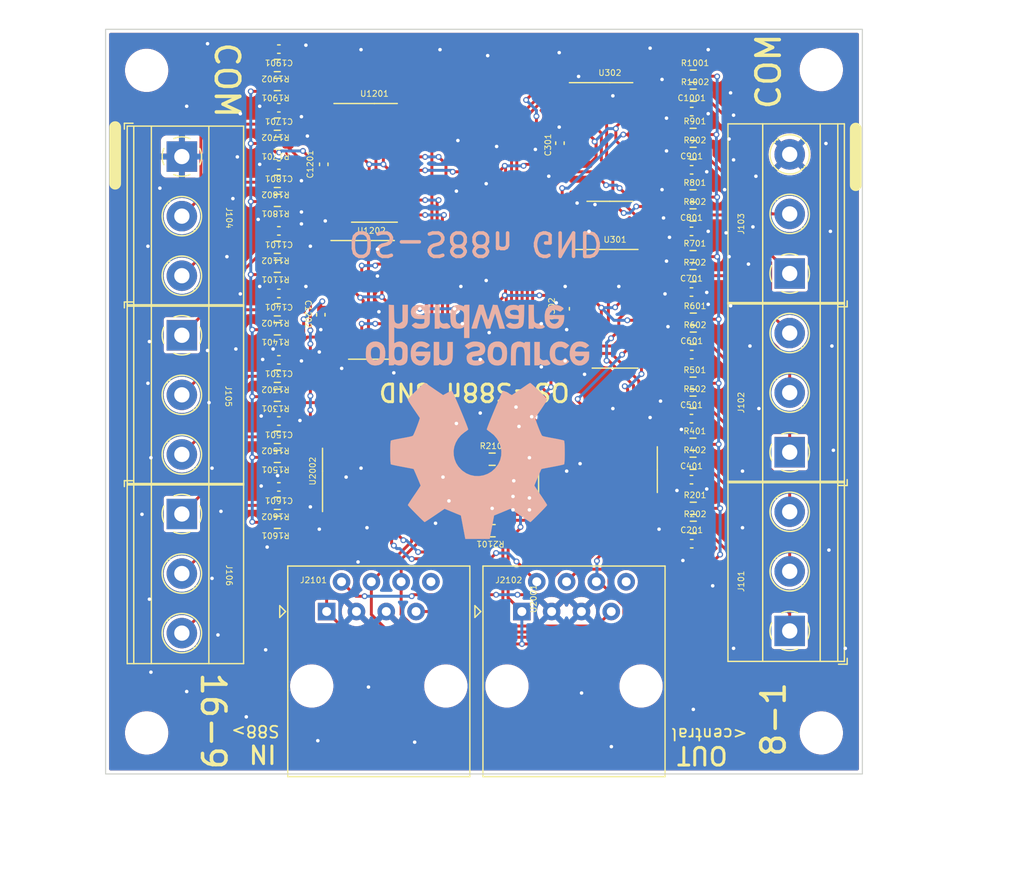
<source format=kicad_pcb>
(kicad_pcb (version 20240108) (generator "pcbnew") (generator_version "8.0")
  (layers (0 "F.Cu" signal) (31 "B.Cu" signal) (34 "B.Paste" user) (35 "F.Paste" user) (36 "B.SilkS" user "B.Silkscreen") (37 "F.SilkS" user "F.Silkscreen") (38 "B.Mask" user) (39 "F.Mask" user) (44 "Edge.Cuts" user))
  (net 0 "")
  (net 1 "/CS1/CMOS")
  (net 2 "GND")
  (net 3 "VCC")
  (net 4 "/CS2/CMOS")
  (net 5 "/CS3/CMOS")
  (net 6 "/CS4/CMOS")
  (net 7 "/CS5/CMOS")
  (net 8 "/CS6/CMOS")
  (net 9 "/CS7/CMOS")
  (net 10 "/CS8/CMOS")
  (net 11 "/CS12/CMOS")
  (net 12 "/CS14/CMOS")
  (net 13 "/CS13/CMOS")
  (net 14 "/CS15/CMOS")
  (net 15 "/CS16/CMOS")
  (net 16 "/CS10/CMOS")
  (net 17 "/CS11/CMOS")
  (net 18 "/CS9/CMOS")
  (net 19 "/CS1/TRACK")
  (net 20 "/CS2/TRACK")
  (net 21 "/CS3/TRACK")
  (net 22 "/CS4/TRACK")
  (net 23 "/CS5/TRACK")
  (net 24 "/CS6/TRACK")
  (net 25 "/CS7/TRACK")
  (net 26 "/CS8/TRACK")
  (net 27 "/CS12/TRACK")
  (net 28 "/CS14/TRACK")
  (net 29 "/CS13/TRACK")
  (net 30 "/CS15/TRACK")
  (net 31 "/CS16/TRACK")
  (net 32 "/CS10/TRACK")
  (net 33 "/CS11/TRACK")
  (net 34 "/CS9/TRACK")
  (net 35 "/SR-latch1/Q4")
  (net 37 "/SR-latch1/Q2")
  (net 38 "/SR-latch1/Q3")
  (net 39 "/SR-latch1/Q1")
  (net 41 "/SR-latch1/Q6")
  (net 42 "/SR-latch1/Q7")
  (net 43 "/SR-latch1/Q5")
  (net 44 "/SR-latch2/Q4")
  (net 46 "/SR-latch2/Q2")
  (net 47 "/SR-latch2/Q3")
  (net 48 "/SR-latch2/Q1")
  (net 50 "/SR-latch2/Q6")
  (net 51 "/SR-latch2/Q7")
  (net 52 "/SR-latch2/Q5")
  (net 57 "/SR-latch1/Q8")
  (net 58 "/SR-latch2/Q8")
  (net 59 "/RJ45/DATA_IN")
  (net 60 "/RJ45/CLOCK")
  (net 61 "/RJ45/PL")
  (net 62 "/RJ45/RESET")
  (net 64 "Net-(J2101-Pad7)")
  (net 65 "/RJ45/DATA_OUT")
  (net 67 "Net-(Q2101-B)")
  (net 68 "Net-(U2001-Q7)")
  (footprint "Capacitor_SMD:C_0402_1005Metric" (layer "F.Cu") (at 184.7675 54.1895 180)
    (property "Reference" "C1101")
    (property "Value" "100nF")
  )
  (footprint "Capacitor_SMD:C_0402_1005Metric" (layer "F.Cu") (at 219.9545 44.016)
    (property "Reference" "C1001")
    (property "Value" "100nF")
  )
  (footprint "Capacitor_SMD:C_0402_1005Metric" (layer "F.Cu") (at 184.7675 65.1895 180)
    (property "Reference" "C1301")
    (property "Value" "100nF")
  )
  (footprint "Package_TO_SOT_SMD:SOT-23" (layer "F.Cu") (at 202.946 76.708 90)
    (property "Reference" "Q2101")
    (property "Value" "BC847")
  )
  (footprint "custom_kicad_lib_sk:R_0603_smalltext" (layer "F.Cu") (at 184.6345 60.919374 180)
    (property "Reference" "R1402")
    (property "Value" "10k")
  )
  (footprint "custom_kicad_lib_sk:R_0603_smalltext" (layer "F.Cu") (at 184.6345 55.5865 180)
    (property "Reference" "R1102")
    (property "Value" "10k")
  )
  (footprint "Connector_RJ:RJ45_Amphenol_54602-x08_Horizontal" (layer "F.Cu") (at 205.477 86.65)
    (property "Reference" "J2102")
    (property "Value" "RJ45")
  )
  (footprint "custom_kicad_lib_sk:R_0603_smalltext" (layer "F.Cu") (at 184.6345 45.0865 180)
    (property "Reference" "R1702")
    (property "Value" "10k")
  )
  (footprint "custom_kicad_lib_sk:R_0603_smalltext" (layer "F.Cu") (at 220.0675 51.213)
    (property "Reference" "R801")
    (property "Value" "100k")
  )
  (footprint "custom_kicad_lib_sk:R_0603_smalltext" (layer "F.Cu") (at 202.946 73.66)
    (property "Reference" "R2102")
    (property "Value" "100k")
  )
  (footprint "Capacitor_SMD:C_0402_1005Metric" (layer "F.Cu") (at 188.341 61.341 -90)
    (property "Reference" "C1202")
    (property "Value" "100nF")
  )
  (footprint "Capacitor_SMD:C_0402_1005Metric" (layer "F.Cu") (at 219.9545 64.738)
    (property "Reference" "C601")
    (property "Value" "100nF")
  )
  (footprint "Capacitor_SMD:C_0402_1005Metric" (layer "F.Cu") (at 219.944 48.98275)
    (property "Reference" "C901")
    (property "Value" "100nF")
  )
  (footprint "custom_kicad_lib_sk:R_0603_smalltext" (layer "F.Cu") (at 220.077 47.58575)
    (property "Reference" "R902")
    (property "Value" "10k")
  )
  (footprint "TerminalBlock_Phoenix:TerminalBlock_Phoenix_MKDS-1,5-3-5.08_1x03_P5.08mm_Horizontal" (layer "F.Cu") (at 228.305 88.302776 90)
    (property "Reference" "J101")
    (property "Value" "Screw_Terminal_01x03")
  )
  (footprint "custom_kicad_lib_sk:R_0603_smalltext" (layer "F.Cu") (at 220.0875 63.341)
    (property "Reference" "R602")
    (property "Value" "10k")
  )
  (footprint "custom_kicad_lib_sk:R_0603_smalltext" (layer "F.Cu") (at 184.6345 49.9675 180)
    (property "Reference" "R1802")
    (property "Value" "10k")
  )
  (footprint "Capacitor_SMD:C_0402_1005Metric" (layer "F.Cu") (at 219.9345 75.406)
    (property "Reference" "C401")
    (property "Value" "100nF")
  )
  (footprint "custom_kicad_lib_sk:R_0603_smalltext" (layer "F.Cu") (at 184.6345 57.2055 180)
    (property "Reference" "R1101")
    (property "Value" "100k")
  )
  (footprint "custom_kicad_lib_sk:R_0603_smalltext" (layer "F.Cu") (at 220.0875 42.619)
    (property "Reference" "R1002")
    (property "Value" "10k")
  )
  (footprint "custom_kicad_lib_sk:R_0603_smalltext" (layer "F.Cu") (at 184.6345 51.5865 180)
    (property "Reference" "R1801")
    (property "Value" "100k")
  )
  (footprint "TerminalBlock_Phoenix:TerminalBlock_Phoenix_MKDS-1,5-3-5.08_1x03_P5.08mm_Horizontal" (layer "F.Cu") (at 228.305 57.822776 90)
    (property "Reference" "J103")
    (property "Value" "Screw_Terminal_01x03")
  )
  (footprint "custom_kicad_lib_sk:R_0603_smalltext" (layer "F.Cu") (at 220.0875 79.47)
    (property "Reference" "R202")
    (property "Value" "10k")
  )
  (footprint "custom_kicad_lib_sk:R_0603_smalltext" (layer "F.Cu") (at 184.6345 71.800374 180)
    (property "Reference" "R1502")
    (property "Value" "10k")
  )
  (footprint "custom_kicad_lib_sk:R_0603_smalltext" (layer "F.Cu") (at 184.6345 46.7055 180)
    (property "Reference" "R1701")
    (property "Value" "100k")
  )
  (footprint "custom_kicad_lib_sk:R_0603_smalltext" (layer "F.Cu") (at 220.0675 72.39)
    (property "Reference" "R401")
    (property "Value" "100k")
  )
  (footprint "custom_kicad_lib_sk:R_0603_smalltext" (layer "F.Cu") (at 220.0675 68.802)
    (property "Reference" "R502")
    (property "Value" "10k")
  )
  (footprint "Capacitor_SMD:C_0402_1005Metric" (layer "F.Cu") (at 184.7675 38.6895 180)
    (property "Reference" "C1901")
    (property "Value" "100nF")
  )
  (footprint "TerminalBlock_Phoenix:TerminalBlock_Phoenix_MKDS-1,5-3-5.08_1x03_P5.08mm_Horizontal" (layer "F.Cu") (at 176.5 47.852 -90)
    (property "Reference" "J104")
    (property "Value" "Screw_Terminal_01x03")
  )
  (footprint "custom_kicad_lib_sk:R_0603_smalltext" (layer "F.Cu") (at 220.0675 74.009)
    (property "Reference" "R402")
    (property "Value" "10k")
  )
  (footprint "custom_kicad_lib_sk:R_0603_smalltext" (layer "F.Cu") (at 220.0675 52.832)
    (property "Reference" "R802")
    (property "Value" "10k")
  )
  (footprint "custom_kicad_lib_sk:R_0603_smalltext" (layer "F.Cu") (at 184.6345 73.419374 180)
    (property "Reference" "R1501")
    (property "Value" "100k")
  )
  (footprint "custom_kicad_lib_sk:R_0603_smalltext" (layer "F.Cu") (at 184.6345 41.7055 180)
    (property "Reference" "R1901")
    (property "Value" "100k")
  )
  (footprint "MountingHole:MountingHole_3.2mm_M3" (layer "F.Cu") (at 231 97 180)
    (property "Reference" "REF**" (hide yes))
    (property "Value" "MountingHole_3.2mm_M3")
  )
  (footprint "TerminalBlock_Phoenix:TerminalBlock_Phoenix_MKDS-1,5-3-5.08_1x03_P5.08mm_Horizontal" (layer "F.Cu") (at 228.305 73.062776 90)
    (property "Reference" "J102")
    (property "Value" "Screw_Terminal_01x03")
  )
  (footprint "Capacitor_SMD:C_0402_1005Metric" (layer "F.Cu") (at 184.7675 59.522374 180)
    (property "Reference" "C1401")
    (property "Value" "100nF")
  )
  (footprint "Capacitor_SMD:C_0402_1005Metric" (layer "F.Cu") (at 219.9345 59.404)
    (property "Reference" "C701")
    (property "Value" "100nF")
  )
  (footprint "Capacitor_SMD:C_0402_1005Metric" (layer "F.Cu") (at 188.595 48.514 90)
    (property "Reference" "C1201")
    (property "Value" "100nF")
  )
  (footprint "custom_kicad_lib_sk:R_0603_smalltext" (layer "F.Cu") (at 184.6345 66.5865 180)
    (property "Reference" "R1302")
    (property "Value" "10k")
  )
  (footprint "Capacitor_SMD:C_0402_1005Metric" (layer "F.Cu") (at 208.723001 46.708001 90)
    (property "Reference" "C301")
    (property "Value" "100nF")
  )
  (footprint "custom_kicad_lib_sk:R_0603_smalltext" (layer "F.Cu") (at 202.946 79.756 180)
    (property "Reference" "R2101")
    (property "Value" "4k7")
  )
  (footprint "custom_kicad_lib_sk:R_0603_smalltext" (layer "F.Cu") (at 184.6345 68.2055 180)
    (property "Reference" "R1301")
    (property "Value" "100k")
  )
  (footprint "Capacitor_SMD:C_0402_1005Metric" (layer "F.Cu") (at 219.9545 80.867)
    (property "Reference" "C201")
    (property "Value" "100nF")
  )
  (footprint "custom_kicad_lib_sk:R_0603_smalltext" (layer "F.Cu") (at 220.0875 41)
    (property "Reference" "R1001")
    (property "Value" "100k")
  )
  (footprint "Package_SO:SOIC-16_3.9x9.9mm_P1.27mm" (layer "F.Cu") (at 192.659 60.071)
    (property "Reference" "U1202")
    (property "Value" "~")
  )
  (footprint "MountingHole:MountingHole_3.2mm_M3" (layer "F.Cu") (at 173.5 97 180)
    (property "Reference" "REF**" (hide yes))
    (property "Value" "MountingHole_3.2mm_M3")
  )
  (footprint "Capacitor_SMD:C_0402_1005Metric" (layer "F.Cu") (at 184.7675 70.403374 180)
    (property "Reference" "C1501")
    (property "Value" "100nF")
  )
  (footprint "custom_kicad_lib_sk:R_0603_smalltext" (layer "F.Cu") (at 184.6345 79.038374 180)
    (property "Reference" "R1601")
    (property "Value" "100k")
  )
  (footprint "Package_SO:SOIC-16_3.9x9.9mm_P1.27mm" (layer "F.Cu") (at 192.913 48.387)
    (property "Reference" "U1201")
    (property "Value" "~")
  )
  (footprint "custom_kicad_lib_sk:R_0603_smalltext" (layer "F.Cu") (at 220.0875 77.851)
    (property "Reference" "R201")
    (property "Value" "100k")
  )
  (footprint "Package_SO:SOIC-16_3.9x9.9mm_P1.27mm" (layer "F.Cu") (at 213.425 60.833)
    (property "Reference" "U301")
    (property "Value" "~")
  )
  (footprint "Connector_RJ:RJ45_Amphenol_54602-x08_Horizontal" (layer "F.Cu") (at 188.84 86.65)
    (property "Reference" "J2101")
    (property "Value" "RJ45")
  )
  (footprint "Capacitor_SMD:C_0402_1005Metric" (layer "F.Cu") (at 184.7675 43.6895 180)
    (property "Reference" "C1701")
    (property "Value" "100nF")
  )
  (footprint "MountingHole:MountingHole_3.2mm_M3" (layer "F.Cu") (at 173.5 40.5 180)
    (property "Reference" "REF**" (hide yes))
    (property "Value" "MountingHole_3.2mm_M3")
  )
  (footprint "Capacitor_SMD:C_0402_1005Metric" (layer "F.Cu") (at 184.7675 76.022374 180)
    (property "Reference" "C1601")
    (property "Value" "100nF")
  )
  (footprint "custom_kicad_lib_sk:R_0603_smalltext" (layer "F.Cu") (at 220.0675 67.183)
    (property "Reference" "R501")
    (property "Value" "100k")
  )
  (footprint "custom_kicad_lib_sk:R_0603_smalltext" (layer "F.Cu") (at 220.0675 58.007)
    (property "Reference" "R702")
    (property "Value" "10k")
  )
  (footprint "TerminalBlock_Phoenix:TerminalBlock_Phoenix_MKDS-1,5-3-5.08_1x03_P5.08mm_Horizontal" (layer "F.Cu") (at 176.5 78.332 -90)
    (property "Reference" "J106")
    (property "Value" "Screw_Terminal_01x03")
  )
  (footprint "Capacitor_SMD:C_0402_1005Metric" (layer "F.Cu") (at 219.9345 54.229)
    (property "Reference" "C801")
    (property "Value" "100nF")
  )
  (footprint "custom_kicad_lib_sk:R_0603_smalltext" (layer "F.Cu") (at 184.6345 40.0865 180)
    (property "Reference" "R1902")
    (property "Value" "10k")
  )
  (footprint "custom_kicad_lib_sk:R_0603_smalltext" (layer "F.Cu") (at 184.6345 62.538374 180)
    (property "Reference" "R1401")
    (property "Value" "100k")
  )
  (footprint "Package_SO:SOIC-16_3.9x9.9mm_P1.27mm" (layer "F.Cu") (at 212.979 46.609)
    (property "Reference" "U302")
    (property "Value" "~")
  )
  (footprint "MountingHole:MountingHole_3.2mm_M3" (layer "F.Cu") (at 231 40.437776 180)
    (property "Reference" "REF**" (hide yes))
    (property "Value" "MountingHole_3.2mm_M3")
  )
  (footprint "custom_kicad_lib_sk:R_0603_smalltext" (layer "F.Cu") (at 220.0875 61.722)
    (property "Reference" "R601")
    (property "Value" "100k")
  )
  (footprint "Capacitor_SMD:C_0402_1005Metric" (layer "F.Cu") (at 219.9345 70.199)
    (property "Reference" "C501")
    (property "Value" "100nF")
  )
  (footprint "Capacitor_SMD:C_0402_1005Metric" (layer "F.Cu") (at 184.7675 48.5705 180)
    (property "Reference" "C1801")
    (property "Value" "100nF")
  )
  (footprint "custom_kicad_lib_sk:R_0603_smalltext" (layer "F.Cu") (at 220.0675 56.388)
    (property "Reference" "R701")
    (property "Value" "100k")
  )
  (footprint "Package_SO:SOIC-16_3.9x9.9mm_P1.27mm" (layer "F.Cu") (at 211.963 74.549 90)
    (property "Reference" "U2001")
    (property "Value" "4014")
  )
  (footprint "Package_SO:SOIC-16_3.9x9.9mm_P1.27mm" (layer "F.Cu") (at 193.548 74.676 90)
    (property "Reference" "U2002")
    (property "Value" "4014")
  )
  (footprint "custom_kicad_lib_sk:R_0603_smalltext" (layer "F.Cu") (at 220.077 45.96675)
    (property "Reference" "R901")
    (property "Value" "100k")
  )
  (footprint "TerminalBlock_Phoenix:TerminalBlock_Phoenix_MKDS-1,5-3-5.08_1x03_P5.08mm_Horizontal" (layer "F.Cu") (at 176.5 63.092 -90)
    (property "Reference" "J105")
    (property "Value" "Screw_Terminal_01x03")
  )
  (footprint "Capacitor_SMD:C_0402_1005Metric" (layer "F.Cu") (at 209.169001 60.833 90)
    (property "Reference" "C302")
    (property "Value" "100nF")
  )
  (footprint "custom_kicad_lib_sk:R_0603_smalltext" (layer "F.Cu") (at 184.6345 77.419374 180)
    (property "Reference" "R1602")
    (property "Value" "10k")
  )
  (footprint "Symbol:OSHW-Logo_19x20mm_SilkScreen" (layer "B.Cu") (at 201.676 70.485)
    (property "Reference" "REF**" (hide yes))
    (property "Value" "OSHW-Logo_19x20mm_SilkScreen" (hide yes))
  )
  (gr_line (start 170.815 50.165) (end 170.815 45.339) (stroke (width 1)) (layer "F.SilkS"))
  (gr_line (start 233.934 50.292) (end 233.934 45.466) (stroke (width 1)) (layer "F.SilkS"))
  (gr_rect (start 170 37) (end 234.5 100.5) (stroke (width 0.1)) (fill none) (layer "Edge.Cuts"))
  (gr_text "OS-S88n GND" (at 201.549 54.102 180) (layer "B.SilkS") (effects (font (size 2 2) (thickness 0.3)) (justify bottom mirror)))
  (gr_text "16-9" (at 178 91.694 270) (layer "F.SilkS") (effects (font (size 2 2) (thickness 0.3)) (justify left bottom)))
  (gr_text "OS-S88n GND" (at 201.422 67.056 180) (layer "F.SilkS") (effects (font (size 1.5 1.5) (thickness 0.25) (bold yes)) (justify bottom)))
  (gr_text "COM" (at 227.678 43.979776 90) (layer "F.SilkS") (effects (font (size 2 2) (thickness 0.3)) (justify left bottom)))
  (gr_text "8-1" (at 228.092 99.187 90) (layer "F.SilkS") (effects (font (size 2 2) (thickness 0.3)) (justify left bottom)))
  (gr_text "IN" (at 183.388 97.917 180) (layer "F.SilkS") (effects (font (size 1.5 1.5) (thickness 0.25) (bold yes)) (justify bottom)))
  (gr_text "OUT" (at 220.853 98.044 180) (layer "F.SilkS") (effects (font (size 1.5 1.5) (thickness 0.25) (bold yes)) (justify bottom)))
  (gr_text "<central" (at 224.79 96.52 180) (layer "F.SilkS") (effects (font (size 1 1)) (justify left bottom)))
  (gr_text "S88>" (at 184.912 96.266 180) (layer "F.SilkS") (effects (font (size 1 1)) (justify left bottom)))
  (gr_text "COM" (at 179.177 37.946 -90) (layer "F.SilkS") (effects (font (size 2 2) (thickness 0.3)) (justify left bottom)))
  (segment (start 209.65 63.661249) (end 209.948249 63.363) (width 0.25) (layer "F.Cu") (net 1))
  (segment (start 215.445125 66.982125) (end 213.106 64.643) (width 0.25) (layer "F.Cu") (net 1))
  (segment (start 209.948249 63.363) (end 212.217 63.363) (width 0.25) (layer "F.Cu") (net 1))
  (segment (start 219.175 77.851) (end 217.8925 76.5685) (width 0.25) (layer "F.Cu") (net 1))
  (segment (start 213.106 64.643) (end 209.938249 64.643) (width 0.25) (layer "F.Cu") (net 1))
  (segment (start 217.8925 71.391104) (end 217.667 71.165604) (width 0.25) (layer "F.Cu") (net 1))
  (segment (start 217.667 70.231) (end 215.445125 68.009125) (width 0.25) (layer "F.Cu") (net 1))
  (segment (start 219.175 77.851) (end 219.175 80.5675) (width 0.25) (layer "F.Cu") (net 1))
  (segment (start 211.836 58.928) (end 210.95 58.928) (width 0.25) (layer "F.Cu") (net 1))
  (segment (start 219.175 80.5675) (end 219.4745 80.867) (width 0.25) (layer "F.Cu") (net 1))
  (segment (start 212.852 62.728) (end 212.852 59.944) (width 0.25) (layer "F.Cu") (net 1))
  (segment (start 217.667 71.165604) (end 217.667 70.231) (width 0.25) (layer "F.Cu") (net 1))
  (segment (start 209.65 64.354751) (end 209.65 63.661249) (width 0.25) (layer "F.Cu") (net 1))
  (segment (start 215.445125 68.009125) (end 215.445125 66.982125) (width 0.25) (layer "F.Cu") (net 1))
  (segment (start 217.8925 76.5685) (end 217.8925 71.391104) (width 0.25) (layer "F.Cu") (net 1))
  (segment (start 212.852 59.944) (end 211.836 58.928) (width 0.25) (layer "F.Cu") (net 1))
  (segment (start 212.217 63.363) (end 212.852 62.728) (width 0.25) (layer "F.Cu") (net 1))
  (segment (start 209.938249 64.643) (end 209.65 64.354751) (width 0.25) (layer "F.Cu") (net 1))
  (via (at 186.69 44.45) (size 0.5) (drill 0.3) (layers "F.Cu" "B.Cu") (net 2))
  (via (at 199.898 70.612) (size 0.5) (drill 0.3) (layers "F.Cu" "B.Cu") (net 2))
  (via (at 222.885 54.356) (size 0.5) (drill 0.3) (layers "F.Cu" "B.Cu") (net 2))
  (via (at 202.565 39.243) (size 0.5) (drill 0.3) (layers "F.Cu" "B.Cu") (net 2))
  (via (at 221.361 38.735) (size 0.5) (drill 0.3) (layers "F.Cu" "B.Cu") (net 2))
  (via (at 209.169 65.278) (size 0.5) (drill 0.3) (layers "F.Cu" "B.Cu") (net 2))
  (via (at 202.946 77.851) (size 0.5) (drill 0.3) (layers "F.Cu" "B.Cu") (net 2))
  (via (at 223.266 42.418) (size 0.5) (drill 0.3) (layers "F.Cu" "B.Cu") (net 2))
  (via (at 213.233 69.342) (size 0.5) (drill 0.3) (layers "F.Cu" "B.Cu") (net 2))
  (via (at 210.566 93.599) (size 0.5) (drill 0.3) (layers "F.Cu" "B.Cu") (net 2))
  (via (at 178.689 64.389) (size 0.5) (drill 0.3) (layers "F.Cu" "B.Cu") (net 2))
  (via (at 179.07 74.422) (size 0.5) (drill 0.3) (layers "F.Cu" "B.Cu") (net 2))
  (via (at 217.932 62.357) (size 0.5) (drill 0.3) (layers "F.Cu" "B.Cu") (net 2))
  (via (at 217.17 79.629) (size 0.5) (drill 0.3) (layers "F.Cu" "B.Cu") (net 2))
  (via (at 201.93 69.723) (size 0.5) (drill 0.3) (layers "F.Cu" "B.Cu") (net 2))
  (via (at 179.832 78.105) (size 0.5) (drill 0.3) (layers "F.Cu" "B.Cu") (net 2))
  (via (at 200.406 62.103) (size 0.5) (drill 0.3) (layers "F.Cu" "B.Cu") (net 2))
  (via (at 200.279 58.928) (size 0.5) (drill 0.3) (layers "F.Cu" "B.Cu") (net 2))
  (via (at 213.741 58.928) (size 0.5) (drill 0.3) (layers "F.Cu" "B.Cu") (net 2))
  (via (at 213.233 42.672) (size 0.5) (drill 0.3) (layers "F.Cu" "B.Cu") (net 2))
  (via (at 218.694 76.327) (size 0.5) (drill 0.3) (layers "F.Cu" "B.Cu") (net 2))
  (via (at 222.758 50.673) (size 0.5) (drill 0.3) (layers "F.Cu" "B.Cu") (net 2))
  (via (at 223.52 89.789) (size 0.5) (drill 0.3) (layers "F.Cu" "B.Cu") (net 2))
  (via (at 224.917 64.008) (size 0.5) (drill 0.3) (layers "F.Cu" "B.Cu") (net 2))
  (via (at 183.007 53.213) (size 0.5) (drill 0.3) (layers "F.Cu" "B.Cu") (net 2))
  (via (at 202.438 58.42) (size 0.5) (drill 0.3) (layers "F.Cu" "B.Cu") (net 2))
  (via (at 186.69 52.578) (size 0.5) (drill 0.3) (layers "F.Cu" "B.Cu") (net 2))
  (via (at 183.261 75.946) (size 0.5) (drill 0.3) (layers "F.Cu" "B.Cu") (net 2))
  (via (at 173.736 63.627) (size 0.5) (drill 0.3) (layers "F.Cu" "B.Cu") (net 2))
  (via (at 181.483 44.196) (size 0.5) (drill 0.3) (layers "F.Cu" "B.Cu") (net 2))
  (via (at 198.755 75.184) (size 0.5) (drill 0.3) (layers "F.Cu" "B.Cu") (net 2))
  (via (at 173.736 85.598) (size 0.5) (drill 0.3) (layers "F.Cu" "B.Cu") (net 2))
  (via (at 187.071 58.928) (size 0.5) (drill 0.3) (layers "F.Cu" "B.Cu") (net 2))
  (via (at 181.991 95.631) (size 0.5) (drill 0.3) (layers "F.Cu" "B.Cu") (net 2))
  (via (at 205.232 70.866) (size 0.5) (drill 0.3) (layers "F.Cu" "B.Cu") (net 2))
  (via (at 183.134 58.928) (size 0.5) (drill 0.3) (layers "F.Cu" "B.Cu") (net 2))
  (via (at 206.629 47.244) (size 0.5) (drill 0.3) (layers "F.Cu" "B.Cu") (net 2))
  (via (at 224.282 74.676) (size 0.5) (drill 0.3) (layers "F.Cu" "B.Cu") (net 2))
  (via (at 199.263 77.216) (size 0.5) (drill 0.3) (layers "F.Cu" "B.Cu") (net 2))
  (via (at 186.69 65.278) (size 0.5) (drill 0.3) (layers "F.Cu" "B.Cu") (net 2))
  (via (at 202.692 62.865) (size 0.5) (drill 0.3) (layers "F.Cu" "B.Cu") (net 2))
  (via (at 225.171 53.848) (size 0.5) (drill 0.3) (layers "F.Cu" "B.Cu") (net 2))
  (via (at 198.12 79.121) (size 0.5) (drill 0.3) (layers "F.Cu" "B.Cu") (net 2))
  (via (at 179.578 88.646) (size 0.5) (drill 0.3) (layers "F.Cu" "B.Cu") (net 2))
  (via (at 193.294 61.087) (size 0.5) (drill 0.3) (layers "F.Cu" "B.Cu") (net 2))
  (via (at 221.742 84.455) (size 0.5) (drill 0.3) (layers "F.Cu" "B.Cu") (net 2))
  (via (at 192.278 79.502) (size 0.5) (drill 0.3) (layers "F.Cu" "B.Cu") (net 2))
  (via (at 193.167 55.753) (size 0.5) (drill 0.3) (layers "F.Cu" "B.Cu") (net 2))
  (via (at 231.902 64.008) (size 0.5) (drill 0.3) (layers "F.Cu" "B.Cu") (net 2))
  (via (at 173.863 73.533) (size 0.5) (drill 0.3) (layers "F.Cu" "B.Cu") (net 2))
  (via (at 204.978 69.215) (size 0.5) (drill 0.3) (layers "F.Cu" "B.Cu") (net 2))
  (via (at 180.34 56.388) (size 0.5) (drill 0.3) (layers "F.Cu" "B.Cu") (net 2))
  (via (at 209.296 62.611) (size 0.5) (drill 0.3) (layers "F.Cu" "B.Cu") (net 2))
  (via (at 191.516 82.423) (size 0.5) (drill 0.3) (layers "F.Cu" "B.Cu") (net 2))
  (via (at 208.661 45.339) (size 0.5) (drill 0.3) (layers "F.Cu" "B.Cu") (net 2))
  (via (at 186.69 53.594) (size 0.5) (drill 0.3) (layers "F.Cu" "B.Cu") (net 2))
  (via (at 184.277 64.262) (size 0.5) (drill 0.3) (layers "F.Cu" "B.Cu") (net 2))
  (via (at 223.52 48.133) (size 0.5) (drill 0.3) (layers "F.Cu" "B.Cu") (net 2))
  (via (at 190.119 65.913) (size 0.5) (drill 0.3) (layers "F.Cu" "B.Cu") (net 2))
  (via (at 181.483 59.563) (size 0.5) (drill 0.3) (layers "F.Cu" "B.Cu") (net 2))
  (via (at 209.169 58.928) (size 0.5) (drill 0.3) (layers "F.Cu" "B.Cu") (net 2))
  (via (at 207.772 49.53) (size 0.5) (drill 0.3) (layers "F.Cu" "B.Cu") (net 2))
  (via (at 184.658 75.057) (size 0.5) (drill 0.3) (layers "F.Cu" "B.Cu") (net 2))
  (via (at 207.137 65.786) (size 0.5) (drill 0.3) (layers "F.Cu" "B.Cu") (net 2))
  (via (at 190.5 75.184) (size 0.5) (drill 0.3) (layers "F.Cu" "B.Cu") (net 2))
  (via (at 209.296 74.676) (size 0.5) (drill 0.3) (layers "F.Cu" "B.Cu") (net 2))
  (via (at 188.722 53.34) (size 0.5) (drill 0.3) (layers "F.Cu" "B.Cu") (net 2))
  (via (at 225.679 69.342) (size 0.5) (drill 0.3) (layers "F.Cu" "B.Cu") (net 2))
  (via (at 206.121 77.978) (size 0.5) (drill 0.3) (layers "F.Cu" "B.Cu") (net 2))
  (via (at 231.775 54.229) (size 0.5) (drill 0.3) (layers "F.Cu" "B.Cu") (net 2))
  (via (at 223.52 44.323) (size 0.5) (drill 0.3) (layers "F.Cu" "B.Cu") (net 2))
  (via (at 183.769 81.153) (size 0.5) (drill 0.3) (layers "F.Cu" "B.Cu") (net 2))
  (via (at 173.609 55.499) (size 0.5) (drill 0.3) (layers "F.Cu" "B.Cu") (net 2))
  (via (at 210.312 41.021) (size 0.5) (drill 0.3) (layers "F.Cu" "B.Cu") (net 2))
  (via (at 200.025 46.482) (size 0.5) (drill 0.3) (layers "F.Cu" "B.Cu") (net 2))
  (via (at 217.805 56.769) (size 0.5) (drill 0.3) (layers "F.Cu" "B.Cu") (net 2))
  (via (at 188.087 97.663) (size 0.5) (drill 0.3) (layers "F.Cu" "B.Cu") (net 2))
  (via (at 202.438 50.165) (size 0.5) (drill 0.3) (layers "F.Cu" "B.Cu") (net 2))
  (via (at 188.214 79.629) (size 0.5) (drill 0.3) (layers "F.Cu" "B.Cu") (net 2))
  (via (at 217.424 50.673) (size 0.5) (drill 0.3) (layers "F.Cu" "B.Cu") (net 2))
  (via (at 224.79 57.023) (size 0.5) (drill 0.3) (layers "F.Cu" "B.Cu") (net 2))
  (via (at 186.69 49.911) (size 0.5) (drill 0.3) (layers "F.Cu" "B.Cu") (net 2))
  (via (at 187.071 38.354) (size 0.5) (drill 0.3) (layers "F.Cu" "B.Cu") (net 2))
  (via (at 180.848 51.435) (size 0.5) (drill 0.3) (layers "F.Cu" "B.Cu") (net 2))
  (via (at 210.439 74.041) (size 0.5) (drill 0.3) (layers "F.Cu" "B.Cu") (net 2))
  (via (at 216.408 38.608) (size 0.5) (drill 0.3) (layers "F.Cu" "B.Cu") (net 2))
  (via (at 233.045 89.789) (size 0.5) (drill 0.3) (layers "F.Cu" "B.Cu") (net 2))
  (via (at 192.405 93.091) (size 0.5) (drill 0.3) (layers "F.Cu" "B.Cu") (net 2))
  (via (at 196.342 97.79) (size 0.5) (drill 0.3) (layers "F.Cu" "B.Cu") (net 2))
  (via (at 217.424 41.275) (size 0.5) (drill 0.3) (layers "F.Cu" "B.Cu") (net 2))
  (via (at 183.261 69.977) (size 0.5) (drill 0.3) (layers "F.Cu" "B.Cu") (net 2))
  (via (at 174.625 50.546) (size 0.5) (drill 0.3) (layers "F.Cu" "B.Cu") (net 2))
  (via (at 211.709 51.943) (size 0.5) (drill 0.3) (layers "F.Cu" "B.Cu") (net 2))
  (via (at 183.134 48.514) (size 0.5) (drill 0.3) (layers "F.Cu" "B.Cu") (net 2))
  (via (at 183.388 65.151) (size 0.5) (drill 0.3) (layers "F.Cu" "B.Cu") (net 2))
  (via (at 221.361 54.229) (size 0.5) (drill 0.3) (layers "F.Cu" "B.Cu") (net 2))
  (via (at 224.282 79.502) (size 0.5) (drill 0.3) (layers "F.Cu" "B.Cu") (net 2))
  (via (at 186.563 70.358) (size 0.5) (drill 0.3) (layers "F.Cu" "B.Cu") (net 2))
  (via (at 207.137 62.103) (size 0.5) (drill 0.3) (layers "F.Cu" "B.Cu") (net 2))
  (via (at 217.551 53.086) (size 0.5) (drill 0.3) (layers "F.Cu" "B.Cu") (net 2))
  (via (at 208.661 38.989) (size 0.5) (drill 0.3) (layers "F.Cu" "B.Cu") (net 2))
  (via (at 181.102 64.262) (size 0.5) (drill 0.3) (layers "F.Cu" "B.Cu") (net 2))
  (via (at 223.139 46.355) (size 0.5) (drill 0.3) (layers "F.Cu" "B.Cu") (net 2))
  (via (at 221.361 44.196) (size 0.5) (drill 0.3) (layers "F.Cu" "B.Cu") (net 2))
  (via (at 223.139 56.388) (size 0.5) (drill 0.3) (layers "F.Cu" "B.Cu") (net 2))
  (via (at 188.214 64.516) (size 0.5) (drill 0.3) (layers "F.Cu" "B.Cu") (net 2))
  (via (at 188.341 62.611) (size 0.5) (drill 0.3) (layers "F.Cu" "B.Cu") (net 2))
  (via (at 219.202 82.296) (size 0.5) (drill 0.3) (layers "F.Cu" "B.Cu") (net 2))
  (via (at 218.059 54.737) (size 0.5) (drill 0.3) (layers "F.Cu" "B.Cu") (net 2))
  (via (at 183.642 89.916) (size 0.5) (drill 0.3) (layers "F.Cu" "B.Cu") (net 2))
  (via (at 176.911 93.472) (size 0.5) (drill 0.3) (layers "F.Cu" "B.Cu") (net 2))
  (via (at 191.77 74.422) (size 0.5) (drill 0.3) (layers "F.Cu" "B.Cu") (net 2))
  (via (at 210.82 66.421) (size 0.5) (drill 0.3) (layers "F.Cu" "B.Cu") (net 2))
  (via (at 217.297 68.707) (size 0.5) (drill 0.3) (layers "F.Cu" "B.Cu") (net 2))
  (via (at 206.121 73.533) (size 0.5) (drill 0.3) (layers "F.Cu" "B.Cu") (net 2))
  (via (at 198.501 38.735) (size 0.5) (drill 0.3) (layers "F.Cu" "B.Cu") (net 2))
  (via (at 221.234 59.436) (size 0.5) (drill 0.3) (layers "F.Cu" "B.Cu") (net 2))
  (via (at 203.327 46.99) (size 0.5) (drill 0.3) (layers "F.Cu" "B.Cu") (net 2))
  (via (at 221.234 49.149) (size 0.5) (drill 0.3) (layers "F.Cu" "B.Cu") (net 2))
  (via (at 173.101 78.359) (size 0.5) (drill 0.3) (layers "F.Cu" "B.Cu") (net 2))
  (via (at 208.407 60.325) (size 0.5) (drill 0.3) (layers "F.Cu" "B.Cu") (net 2))
  (via (at 232.029 72.898) (size 0.5) (drill 0.3) (layers "F.Cu" "B.Cu") (net 2))
  (via (at 221.361 60.452) (size 0.5) (drill 0.3) (layers "F.Cu" "B.Cu") (net 2))
  (via (at 217.805 47.371) (size 0.5) (drill 0.3) (layers "F.Cu" "B.Cu") (net 2))
  (via (at 217.805 44.577) (size 0.5) (drill 0.3) (layers "F.Cu" "B.Cu") (net 2))
  (via (at 223.266 60.579) (size 0.5) (drill 0.3) (layers "F.Cu" "B.Cu") (net 2))
  (via (at 219.075 71.12) (size 0.5) (drill 0.3) (layers "F.Cu" "B.Cu") (net 2))
  (via (at 231.648 81.407) (size 0.5) (drill 0.3) (layers "F.Cu" "B.Cu") (net 2))
  (via (at 211.201 54.229) (size 0.5) (drill 0.3) (layers "F.Cu" "B.Cu") (net 2))
  (via (at 204.724 77.978) (size 0.5) (drill 0.3) (layers "F.Cu" "B.Cu") (net 2))
  (via (at 179.07 83.82) (size 0.5) (drill 0.3) (layers "F.Cu" "B.Cu") (net 2))
  (via (at 176.911 43.561) (size 0.5) (drill 0.3) (layers "F.Cu" "B.Cu") (net 2))
  (via (at 220.091 94.996) (size 0.5) (drill 0.3) (layers "F.Cu" "B.Cu") (net 2))
  (via (at 173.609 67.183) (size 0.5) (drill 0.3) (layers "F.Cu" "B.Cu") (net 2))
  (via (at 187.452 55.499) (size 0.5) (drill 0.3) (layers "F.Cu" "B.Cu") (net 2))
  (via (at 231.394 46.736) (size 0.5) (drill 0.3) (layers "F.Cu" "B.Cu") (net 2))
  (via (at 181.229 47.879) (size 0.5) (drill 0.3) (layers "F.Cu" "B.Cu") (net 2))
  (via (at 204.724 76.835) (size 0.5) (drill 0.3) (layers "F.Cu" "B.Cu") (net 2))
  (via (at 187.452 77.724) (size 0.5) (drill 0.3) (layers "F.Cu" "B.Cu") (net 2))
  (via (at 217.678 59.563) (size 0.5) (drill 0.3) (layers "F.Cu" "B.Cu") (net 2))
  (via (at 187.198 46.101) (size 0.5) (drill 0.3) (layers "F.Cu" "B.Cu") (net 2))
  (via (at 216.408 70.104) (size 0.5) (drill 0.3) (layers "F.Cu" "B.Cu") (net 2))
  (via (at 225.425 49.53) (size 0.5) (drill 0.3) (layers "F.Cu" "B.Cu") (net 2))
  (via (at 199.898 50.8) (size 0.5) (drill 0.3) (layers "F.Cu" "B.Cu") (net 2))
  (via (at 206.121 76.962) (size 0.5) (drill 0.3) (layers "F.Cu" "B.Cu") (net 2))
  (via (at 193.167 58.039) (size 0.5) (drill 0.3) (layers "F.Cu" "B.Cu") (net 2))
  (via (at 191.77 38.735) (size 0.5) (drill 0.3) (layers "F.Cu" "B.Cu") (net 2))
  (via (at 178.816 68.834) (size 0.5) (drill 0.3) (layers "F.Cu" "B.Cu") (net 2))
  (via (at 201.93 65.151) (size 0.5) (drill 0.3) (layers "F.Cu" "B.Cu") (net 2))
  (via (at 173.863 91.821) (size 0.5) (drill 0.3) (layers "F.Cu" "B.Cu") (net 2))
  (via (at 194.564 66.294) (size 0.5) (drill 0.3) (layers "F.Cu" "B.Cu") (net 2))
  (via (at 178.689 38.227) (size 0.5) (drill 0.3) (layers "F.Cu" "B.Cu") (net 2))
  (via (at 210.185 51.816) (size 0.5) (drill 0.3) (layers "F.Cu" "B.Cu") (net 2))
  (via (at 183.134 43.561) (size 0.5) (drill 0.3) (layers "F.Cu" "B.Cu") (net 2))
  (via (at 213.106 98.171) (size 0.5) (drill 0.3) (layers "F.Cu" "B.Cu") (net 2))
  (via (at 221.234 76.2) (size 0.5) (drill 0.3) (layers "F.Cu" "B.Cu") (net 2))
  (segment (start 186.8775 62.923104) (end 186.46223 63.338374) (width 0.25) (layer "F.Cu") (net 3))
  (segment (start 190.438 49.022) (end 188.623 49.022) (width 0.25) (layer "F.Cu") (net 3))
  (segment (start 188.341 60.325) (end 188.468 60.198) (width 0.25) (layer "F.Cu") (net 3))
  (segment (start 204.3085 84.6745) (end 204.3085 80.588995) (width 0.25) (layer "F.Cu") (net 3))
  (segment (start 205.486 89.4165) (end 191.6065 89.4165) (width 0.25) (layer "F.Cu") (net 3))
  (segment (start 210.95 61.468) (end 209.324001 61.468) (width 0.25) (layer "F.Cu") (net 3))
  (segment (start 205.477 86.65) (end 204.3085 85.4815) (width 0.25) (layer "F.Cu") (net 3))
  (segment (start 188.496 60.706) (end 188.341 60.861) (width 0.25) (layer "F.Cu") (net 3))
  (segment (start 182.5 73.5) (end 183.641374 73.5) (width 0.25) (layer "F.Cu") (net 3))
  (segment (start 207.955901 62.5261) (end 209.169001 61.313) (width 0.25) (layer "F.Cu") (net 3))
  (segment (start 188.44 48.994) (end 186.817 47.371) (width 0.25) (layer "F.Cu") (net 3))
  (segment (start 183.6915 46.736) (end 183.722 46.7055) (width 0.25) (layer "F.Cu") (net 3))
  (segment (start 203.549249 76.583) (end 203.297249 76.835) (width 0.25) (layer "F.Cu") (net 3))
  (segment (start 186.3595 77.164104) (end 186.3595 79.508869) (width 0.25) (layer "F.Cu") (net 3))
  (segment (start 183.641374 73.5) (end 183.722 73.419374) (width 0.25) (layer "F.Cu") (net 3))
  (segment (start 208.723001 47.188001) (end 208.715392 47.188001) (width 0.25) (layer "F.Cu") (net 3))
  (segment (start 204.7875 75.5015) (end 203.706 76.583) (width 0.25) (layer "F.Cu") (net 3))
  (segment (start 207.518 72.074) (end 207.518 71.239715) (width 0.25) (layer "F.Cu") (net 3))
  (segment (start 188.341 60.861) (end 188.341 60.325) (width 0.25) (layer "F.Cu") (net 3))
  (segment (start 185.985369 79.883) (end 184.566626 79.883) (width 0.25) (layer "F.Cu") (net 3))
  (segment (start 182.372 57.912) (end 183.0155 57.912) (width 0.25) (layer "F.Cu") (net 3))
  (segment (start 186.309 80.01) (end 186.083684 79.784684) (width 0.25) (layer "F.Cu") (net 3))
  (segment (start 205.359 74.93) (end 204.7875 75.5015) (width 0.25) (layer "F.Cu") (net 3))
  (segment (start 182.372 42.291) (end 183.1365 42.291) (width 0.25) (layer "F.Cu") (net 3))
  (segment (start 182.372 46.736) (end 183.6915 46.736) (width 0.25) (layer "F.Cu") (net 3))
  (segment (start 203.297249 76.835) (end 202.601249 76.835) (width 0.25) (layer "F.Cu") (net 3))
  (segment (start 222.0565 45.974) (end 220.99675 45.974) (width 0.25) (layer "F.Cu") (net 3))
  (segment (start 206.056 72.074) (end 205.359 72.771) (width 0.25) (layer "F.Cu") (net 3))
  (segment (start 222.25 61.722) (end 221 61.722) (width 0.25) (layer "F.Cu") (net 3))
  (segment (start 188.595 48.994) (end 188.44 48.994) (width 0.25) (layer "F.Cu") (net 3))
  (segment (start 221.075 51.308) (end 220.98 51.213) (width 0.25) (layer "F.Cu") (net 3))
  (segment (start 222.123 56.388) (end 220.98 56.388) (width 0.25) (layer "F.Cu") (net 3))
  (segment (start 220.99675 45.974) (end 220.9895 45.96675) (width 0.25) (layer "F.Cu") (net 3))
  (segment (start 222.377 81.788) (end 214.7485 89.4165) (width 0.25) (layer "F.Cu") (net 3))
  (segment (start 207.518 71.239715) (end 206.315143 70.036858) (width 0.25) (layer "F.Cu") (net 3))
  (segment (start 222.102 41) (end 222.123 41.021) (width 0.25) (layer "F.Cu") (net 3))
  (segment (start 202.0335 76.267251) (end 202.0335 73.66) (width 0.25) (layer "F.Cu") (net 3))
  (segment (start 182.499 68.326) (end 183.6015 68.326) (width 0.25) (layer "F.Cu") (net 3))
  (segment (start 204.3085 80.588995) (end 205.359 79.538495) (width 0.25) (layer "F.Cu") (net 3))
  (segment (start 182.499 62.611) (end 183.649374 62.611) (width 0.25) (layer "F.Cu") (net 3))
  (segment (start 189.103 72.201) (end 189.103 74.420604) (width 0.25) (layer "F.Cu") (net 3))
  (segment (start 183.6195 51.689) (end 183.722 51.5865) (width 0.25) (layer "F.Cu") (net 3))
  (segment (start 183.6015 68.326) (end 183.722 68.2055) (width 0.25) (layer "F.Cu") (net 3))
  (segment (start 204.3085 85.4815) (end 204.3085 84.6745) (width 0.25) (layer "F.Cu") (net 3))
  (segment (start 222.25 72.39) (end 220.98 72.39) (width 0.25) (layer "F.Cu") (net 3))
  (segment (start 214.7485 89.4165) (end 205.486 89.4165) (width 0.25) (layer "F.Cu") (net 3))
  (segment (start 186.182 79.883) (end 186.309 80.01) (width 0.25) (layer "F.Cu") (net 3))
  (segment (start 183.649374 62.611) (end 183.722 62.538374) (width 0.25) (layer "F.Cu") (net 3))
  (segment (start 183.0155 57.912) (end 183.722 57.2055) (width 0.25) (layer "F.Cu") (net 3))
  (segment (start 207.955901 67.5071) (end 207.955901 62.5261) (width 0.25) (layer "F.Cu") (net 3))
  (segment (start 188.84 82.541) (end 186.309 80.01) (width 0.25) (layer "F.Cu") (net 3))
  (segment (start 188.623 49.022) (end 188.595 48.994) (width 0.25) (layer "F.Cu") (net 3))
  (segment (start 188.84 86.65) (end 188.84 82.541) (width 0.25) (layer "F.Cu") (net 3))
  (segment (start 184.5145 47.498) (end 183.722 46.7055) (width 0.25) (layer "F.Cu") (net 3))
  (segment (start 189.103 74.420604) (end 186.3595 77.164104) (width 0.25) (layer "F.Cu") (net 3))
  (segment (start 205.359 72.771) (end 205.359 74.93) (width 0.25) (layer "F.Cu") (net 3))
  (segment (start 182.538374 79.038374) (end 182.5 79) (width 0.25) (layer "F.Cu") (net 3))
  (segment (start 205.359 79.538495) (end 205.359 79.4415) (width 0.25) (layer "F.Cu") (net 3))
  (segment (start 220.2 40.2) (end 221 41) (width 0.25) (layer "F.Cu") (net 3))
  (segment (start 186.309 79.559369) (end 186.309 80.01) (width 0.25) (layer "F.Cu") (net 3))
  (segment (start 183.722 79.038374) (end 182.538374 79.038374) (width 0.25) (layer "F.Cu") (net 3))
  (segment (start 191.6065 89.4165) (end 188.84 86.65) (width 0.25) (layer "F.Cu") (net 3))
  (segment (start 209.324001 61.468) (end 209.169001 61.313) (width 0.25) (layer "F.Cu") (net 3))
  (segment (start 205.841767 43.027767) (end 208.669534 40.2) (width 0.25) (layer "F.Cu") (net 3))
  (segment (start 190.184 60.706) (end 188.496 60.706) (width 0.25) (layer "F.Cu") (net 3))
  (segment (start 202.601249 76.835) (end 202.0335 76.267251) (width 0.25) (layer "F.Cu") (net 3))
  (segment (start 222.25 67.183) (end 220.98 67.183) (width 0.25) (layer "F.Cu") (net 3))
  (segment (start 208.669534 40.2) (end 220.2 40.2) (width 0.25) (layer "F.Cu") (net 3))
  (segment (start 208.779 47.244) (end 208.723001 47.188001) (width 0.25) (layer "F.Cu") (net 3))
  (segment (start 186.3595 79.508869) (end 186.309 79.559369) (width 0.25) (layer "F.Cu") (net 3))
  (segment (start 186.083684 79.784684) (end 185.985369 79.883) (width 0.25) (layer "F.Cu") (net 3))
  (segment (start 222.377 77.851) (end 221 77.851) (width 0.25) (layer "F.Cu") (net 3))
  (segment (start 210.504 47.244) (end 208.779 47.244) (width 0.25) (layer "F.Cu") (net 3))
  (segment (start 208.715392 47.188001) (end 206.718431 45.19104) (width 0.25) (layer "F.Cu") (net 3))
  (segment (start 186.8775 61.722) (end 186.8775 62.923104) (width 0.25) (layer "F.Cu") (net 3))
  (segment (start 221 41) (end 222.102 41) (width 0.25) (layer "F.Cu") (net 3))
  (segment (start 185.985369 79.883) (end 186.182 79.883) (width 0.25) (layer "F.Cu") (net 3))
  (segment (start 186.3595 79.508869) (end 186.083684 79.784684) (width 0.25) (layer "F.Cu") (net 3))
  (segment (start 183.1365 42.291) (end 183.722 41.7055) (width 0.25) (layer "F.Cu") (net 3))
  (segment (start 184.522 63.338374) (end 183.722 62.538374) (width 0.25) (layer "F.Cu") (net 3))
  (segment (start 203.706 76.583) (end 203.549249 76.583) (width 0.25) (layer "F.Cu") (net 3))
  (segment (start 222.123 51.308) (end 221.075 51.308) (width 0.25) (layer "F.Cu") (net 3))
  (segment (start 182.372 51.689) (end 183.6195 51.689) (width 0.25) (layer "F.Cu") (net 3))
  (segment (start 184.785 47.498) (end 184.5145 47.498) (width 0.25) (layer "F.Cu") (net 3))
  (segment (start 184.566626 79.883) (end 183.722 79.038374) (width 0.25) (layer "F.Cu") (net 3))
  (segment (start 206.718431 45.19104) (end 206.718431 44.412431) (width 0.25) (layer "F.Cu") (net 3))
  (segment (start 186.46223 63.338374) (end 184.522 63.338374) (width 0.25) (layer "F.Cu") (net 3))
  (segment (start 207.518 72.074) (end 206.056 72.074) (width 0.25) (layer "F.Cu") (net 3))
  (via (at 222.25 72.39) (size 0.5) (drill 0.3) (layers "F.Cu" "B.Cu") (net 3))
  (via (at 182.499 68.326) (size 0.5) (drill 0.3) (layers "F.Cu" "B.Cu") (net 3))
  (via (at 182.5 79) (size 0.5) (drill 0.3) (layers "F.Cu" "B.Cu") (net 3))
  (via (at 182.372 57.912) (size 0.5) (drill 0.3) (layers "F.Cu" "B.Cu") (net 3))
  (via (at 182.5 73.5) (size 0.5) (drill 0.3) (layers "F.Cu" "B.Cu") (net 3))
  (via (at 186.8775 61.722) (size 0.5) (drill 0.3) (layers "F.Cu" "B.Cu") (net 3))
  (via (at 207.955901 67.5071) (size 0.5) (drill 0.3) (layers "F.Cu" "B.Cu") (net 3))
  (via (at 222.377 77.851) (size 0.5) (drill 0.3) (layers "F.Cu" "B.Cu") (net 3))
  (via (at 222.0565 45.974) (size 0.5) (drill 0.3) (layers "F.Cu" "B.Cu") (net 3))
  (via (at 222.123 56.388) (size 0.5) (drill 0.3) (layers "F.Cu" "B.Cu") (net 3))
  (via (at 182.372 42.291) (size 0.5) (drill 0.3) (layers "F.Cu" "B.Cu") (net 3))
  (via (at 222.123 51.308) (size 0.5) (drill 0.3) (layers "F.Cu" "B.Cu") (net 3))
  (via (at 184.785 47.498) (size 0.5) (drill 0.3) (layers "F.Cu" "B.Cu") (net 3))
  (via (at 205.486 89.4165) (size 0.5) (drill 0.3) (layers "F.Cu" "B.Cu") (net 3))
  (via (at 182.372 46.736) (size 0.5) (drill 0.3) (layers "F.Cu" "B.Cu") (net 3))
  (via (at 206.315143 70.036858) (size 0.5) (drill 0.3) (layers "F.Cu" "B.Cu") (net 3))
  (via (at 188.468 60.198) (size 0.5) (drill 0.3) (layers "F.Cu" "B.Cu") (net 3))
  (via (at 205.841767 43.027767) (size 0.5) (drill 0.3) (layers "F.Cu" "B.Cu") (net 3))
  (via (at 182.372 51.689) (size 0.5) (drill 0.3) (layers "F.Cu" "B.Cu") (net 3))
  (via (at 182.499 62.611) (size 0.5) (drill 0.3) (layers "F.Cu" "B.Cu") (net 3))
  (via (at 204.7875 75.5015) (size 0.5) (drill 0.3) (layers "F.Cu" "B.Cu") (net 3))
  (via (at 222.377 81.788) (size 0.5) (drill 0.3) (layers "F.Cu" "B.Cu") (net 3))
  (via (at 222.123 41.021) (size 0.5) (drill 0.3) (layers "F.Cu" "B.Cu") (net 3))
  (via (at 222.25 67.183) (size 0.5) (drill 0.3) (layers "F.Cu" "B.Cu") (net 3))
  (via (at 206.718431 44.412431) (size 0.5) (drill 0.3) (layers "F.Cu" "B.Cu") (net 3))
  (via (at 205.359 79.4415) (size 0.5) (drill 0.3) (layers "F.Cu" "B.Cu") (net 3))
  (via (at 186.817 47.371) (size 0.5) (drill 0.3) (layers "F.Cu" "B.Cu") (net 3))
  (via (at 222.25 61.722) (size 0.5) (drill 0.3) (layers "F.Cu" "B.Cu") (net 3))
  (segment (start 206.315143 70.036858) (end 206.315143 69.147858) (width 0.25) (layer "B.Cu") (net 3))
  (segment (start 222.25 77.724) (end 222.377 77.851) (width 0.25) (layer "B.Cu") (net 3))
  (segment (start 182.372 57.912) (end 182.372 51.689) (width 0.25) (layer "B.Cu") (net 3))
  (segment (start 182.372 62.484) (end 182.372 57.912) (width 0.25) (layer "B.Cu") (net 3))
  (segment (start 222.0565 51.2415) (end 222.123 51.308) (width 0.25) (layer "B.Cu") (net 3))
  (segment (start 186.817 47.371) (end 184.912 47.371) (width 0.25) (layer "B.Cu") (net 3))
  (segment (start 222.123 45.9075) (end 222.0565 45.974) (width 0.25) (layer "B.Cu") (net 3))
  (segment (start 206.718431 44.412431) (end 206.718431 43.904431) (width 0.25) (layer "B.Cu") (net 3))
  (segment (start 222.25 56.515) (end 222.25 61.722) (width 0.25) (layer "B.Cu") (net 3))
  (segment (start 188.468 60.198) (end 188.4015 60.198) (width 0.25) (layer "B.Cu") (net 3))
  (segment (start 182.372 51.689) (end 182.372 46.736) (width 0.25) (layer "B.Cu") (net 3))
  (segment (start 182.5 73.5) (end 182.5 68.327) (width 0.25) (layer "B.Cu") (net 3))
  (segment (start 182.372 46.736) (end 182.372 42.291) (width 0.25) (layer "B.Cu") (net 3))
  (segment (start 222.0565 45.974) (end 222.0565 51.2415) (width 0.25) (layer "B.Cu") (net 3))
  (segment (start 222.377 77.851) (end 222.377 81.788) (width 0.25) (layer "B.Cu") (net 3))
  (segment (start 182.5 68.327) (end 182.499 68.326) (width 0.25) (layer "B.Cu") (net 3))
  (segment (start 205.477 86.65) (end 205.477 89.4075) (width 0.25) (layer "B.Cu") (net 3))
  (segment (start 184.912 47.371) (end 184.785 47.498) (width 0.25) (layer "B.Cu") (net 3))
  (segment (start 222.25 61.722) (end 222.25 67.183) (width 0.25) (layer "B.Cu") (net 3))
  (segment (start 206.718431 43.904431) (end 205.841767 43.027767) (width 0.25) (layer "B.Cu") (net 3))
  (segment (start 222.123 41.021) (end 222.123 45.9075) (width 0.25) (layer "B.Cu") (net 3))
  (segment (start 222.123 51.308) (end 222.123 56.388) (width 0.25) (layer "B.Cu") (net 3))
  (segment (start 205.477 89.4075) (end 205.486 89.4165) (width 0.25) (layer "B.Cu") (net 3))
  (segment (start 188.4015 60.198) (end 186.8775 61.722) (width 0.25) (layer "B.Cu") (net 3))
  (segment (start 222.25 72.39) (end 222.25 77.724) (width 0.25) (layer "B.Cu") (net 3))
  (segment (start 206.315143 69.147858) (end 207.955901 67.5071) (width 0.25) (layer "B.Cu") (net 3))
  (segment (start 182.499 68.326) (end 182.499 62.611) (width 0.25) (layer "B.Cu") (net 3))
  (segment (start 222.123 56.388) (end 222.25 56.515) (width 0.25) (layer "B.Cu") (net 3))
  (segment (start 205.359 79.4415) (end 205.359 76.073) (width 0.25) (layer "B.Cu") (net 3))
  (segment (start 182.5 79) (end 182.5 73.5) (width 0.25) (layer "B.Cu") (net 3))
  (segment (start 182.499 62.611) (end 182.372 62.484) (width 0.25) (layer "B.Cu") (net 3))
  (segment (start 205.359 76.073) (end 204.7875 75.5015) (width 0.25) (layer "B.Cu") (net 3))
  (segment (start 222.25 67.183) (end 222.25 72.39) (width 0.25) (layer "B.Cu") (net 3))
  (segment (start 213.233 64.008) (end 213.878 63.363) (width 0.25) (layer "F.Cu") (net 4))
  (segment (start 218.117 64.564) (end 218.117 68.106005) (width 0.25) (layer "F.Cu") (net 4))
  (segment (start 219.155 75.1065) (end 219.4545 75.406) (width 0.25) (layer "F.Cu") (net 4))
  (segment (start 218.3425 68.331505) (end 218.3425 71.5775) (width 0.25) (layer "F.Cu") (net 4))
  (segment (start 218.117 68.106005) (end 218.3425 68.331505) (width 0.25) (layer "F.Cu") (net 4))
  (segment (start 213.878 63.363) (end 216.916 63.363) (width 0.25) (layer "F.Cu") (net 4))
  (segment (start 216.916 63.363) (end 218.117 64.564) (width 0.25) (layer "F.Cu") (net 4))
  (segment (start 219.155 72.39) (end 219.155 75.1065) (width 0.25) (layer "F.Cu") (net 4))
  (segment (start 218.3425 71.5775) (end 219.155 72.39) (width 0.25) (layer "F.Cu") (net 4))
  (segment (start 210.95 64.008) (end 213.233 64.008) (width 0.25) (layer "F.Cu") (net 4))
  (segment (start 219.155 67.183) (end 219.155 69.8995) (width 0.25) (layer "F.Cu") (net 5))
  (segment (start 218.3625 63.8035) (end 218.3625 63.811495) (width 0.25) (layer "F.Cu") (net 5))
  (segment (start 218.567 64.015995) (end 218.567 66.595) (width 0.25) (layer "F.Cu") (net 5))
  (segment (start 218.3625 63.811495) (end 218.567 64.015995) (width 0.25) (layer "F.Cu") (net 5))
  (segment (start 218.567 66.595) (end 219.155 67.183) (width 0.25) (layer "F.Cu") (net 5))
  (segment (start 215.9 62.738) (end 217.297 62.738) (width 0.25) (layer "F.Cu") (net 5))
  (segment (start 219.155 69.8995) (end 219.4545 70.199) (width 0.25) (layer "F.Cu") (net 5))
  (segment (start 217.297 62.738) (end 218.3625 63.8035) (width 0.25) (layer "F.Cu") (net 5))
  (segment (start 215.9 57.658) (end 217.17 57.658) (width 0.25) (layer "F.Cu") (net 6))
  (segment (start 219.175 61.722) (end 219.175 64.4385) (width 0.25) (layer "F.Cu") (net 6))
  (segment (start 217.17 57.658) (end 218.3425 58.8305) (width 0.25) (layer "F.Cu") (net 6))
  (segment (start 218.3425 60.8895) (end 219.175 61.722) (width 0.25) (layer "F.Cu") (net 6))
  (segment (start 219.175 64.4385) (end 219.4745 64.738) (width 0.25) (layer "F.Cu") (net 6))
  (segment (start 218.3425 58.8305) (end 218.3425 60.8895) (width 0.25) (layer "F.Cu") (net 6))
  (segment (start 212.254 48.17) (end 212.254 45.853624) (width 0.25) (layer "F.Cu") (net 7))
  (segment (start 213.233 50.927) (end 213.233 49.149) (width 0.25) (layer "F.Cu") (net 7))
  (segment (start 219.155 59.1045) (end 219.4545 59.404) (width 0.25) (layer "F.Cu") (net 7))
  (segment (start 219.155 56.388) (end 219.155 59.1045) (width 0.25) (layer "F.Cu") (net 7))
  (segment (start 219.155 56.388) (end 218.694 56.388) (width 0.25) (layer "F.Cu") (net 7))
  (segment (start 213.233 49.149) (end 212.254 48.17) (width 0.25) (layer "F.Cu") (net 7))
  (segment (start 218.694 56.388) (end 213.233 50.927) (width 0.25) (layer "F.Cu") (net 7))
  (segment (start 212.254 45.853624) (end 211.104376 44.704) (width 0.25) (layer "F.Cu") (net 7))
  (segment (start 211.104376 44.704) (end 210.504 44.704) (width 0.25) (layer "F.Cu") (net 7))
  (segment (start 211.239267 49.784) (end 214.122 52.666733) (width 0.25) (layer "F.Cu") (net 8))
  (segment (start 214.122 52.666733) (end 214.160267 52.666733) (width 0.25) (layer "F.Cu") (net 8))
  (segment (start 219.155 53.9295) (end 219.4545 54.229) (width 0.25) (layer "F.Cu") (net 8))
  (segment (start 218.431267 52.108267) (end 219.155 52.832) (width 0.25) (layer "F.Cu") (net 8))
  (segment (start 215.226733 52.108267) (end 218.431267 52.108267) (width 0.25) (layer "F.Cu") (net 8))
  (segment (start 210.504 49.784) (end 211.239267 49.784) (width 0.25) (layer "F.Cu") (net 8))
  (segment (start 219.155 51.213) (end 219.155 53.9295) (width 0.25) (layer "F.Cu") (net 8))
  (via (at 214.160267 52.666733) (size 0.5) (drill 0.3) (layers "F.Cu" "B.Cu") (net 8))
  (via (at 215.226733 52.108267) (size 0.5) (drill 0.3) (layers "F.Cu" "B.Cu") (net 8))
  (segment (start 214.668267 52.666733) (end 215.226733 52.108267) (width 0.25) (layer "B.Cu") (net 8))
  (segment (start 214.160267 52.666733) (end 214.668267 52.666733) (width 0.25) (layer "B.Cu") (net 8))
  (segment (start 217.043 46.355) (end 217.043 47.625) (width 0.25) (layer "F.Cu") (net 9))
  (segment (start 217.43125 45.96675) (end 217.043 46.355) (width 0.25) (layer "F.Cu") (net 9))
  (segment (start 217.043 47.625) (end 216.154 48.514) (width 0.25) (layer "F.Cu") (net 9))
  (segment (start 219.1645 48.68325) (end 219.464 48.98275) (width 0.25) (layer "F.Cu") (net 9))
  (segment (start 216.154 48.514) (end 215.454 48.514) (width 0.25) (layer "F.Cu") (net 9))
  (segment (start 219.1645 45.96675) (end 219.1645 48.68325) (width 0.25) (layer "F.Cu") (net 9))
  (segment (start 219.1645 45.96675) (end 217.43125 45.96675) (width 0.25) (layer "F.Cu") (net 9))
  (segment (start 218.36 43.434) (end 219.175 42.619) (width 0.25) (layer "F.Cu") (net 10))
  (segment (start 219.175 43.7165) (end 219.4745 44.016) (width 0.25) (layer "F.Cu") (net 10))
  (segment (start 219.175 41) (end 219.175 43.7165) (width 0.25) (layer "F.Cu") (net 10))
  (segment (start 215.454 43.434) (end 218.36 43.434) (width 0.25) (layer "F.Cu") (net 10))
  (segment (start 193.939 50.917) (end 196.409751 50.917) (width 0.25) (layer "F.Cu") (net 11))
  (segment (start 196.409751 50.917) (end 196.688 50.638751) (width 0.25) (layer "F.Cu") (net 11))
  (segment (start 185.547 57.2055) (end 185.547 54.489) (width 0.25) (layer "F.Cu") (net 11))
  (segment (start 193.04 51.816) (end 193.939 50.917) (width 0.25) (layer "F.Cu") (net 11))
  (segment (start 193.802 45.212) (end 195.388 45.212) (width 0.25) (layer "F.Cu") (net 11))
  (segment (start 196.399751 49.657) (end 193.802 49.657) (width 0.25) (layer "F.Cu") (net 11))
  (segment (start 185.547 54.489) (end 190.427751 54.489) (width 0.25) (layer "F.Cu") (net 11))
  (segment (start 196.688 50.638751) (end 196.688 49.945249) (width 0.25) (layer "F.Cu") (net 11))
  (segment (start 196.688 49.945249) (end 196.399751 49.657) (width 0.25) (layer "F.Cu") (net 11))
  (segment (start 193.802 49.657) (end 193.04 48.895) (width 0.25) (layer "F.Cu") (net 11))
  (segment (start 193.04 51.876751) (end 193.04 51.816) (width 0.25) (layer "F.Cu") (net 11))
  (segment (start 193.04 45.974) (end 193.802 45.212) (width 0.25) (layer "F.Cu") (net 11))
  (segment (start 185.547 54.489) (end 185.2475 54.1895) (width 0.25) (layer "F.Cu") (net 11))
  (segment (start 190.427751 54.489) (end 193.04 51.876751) (width 0.25) (layer "F.Cu") (net 11))
  (segment (start 193.04 48.895) (end 193.04 45.974) (width 0.25) (layer "F.Cu") (net 11))
  (segment (start 185.547 65.489) (end 185.2475 65.1895) (width 0.25) (layer "F.Cu") (net 12))
  (segment (start 187.191 63.246) (end 190.184 63.246) (width 0.25) (layer "F.Cu") (net 12))
  (segment (start 185.2475 65.1895) (end 187.191 63.246) (width 0.25) (layer "F.Cu") (net 12))
  (segment (start 185.547 68.2055) (end 185.547 65.489) (width 0.25) (layer "F.Cu") (net 12))
  (segment (start 186.603874 58.166) (end 190.184 58.166) (width 0.25) (layer "F.Cu") (net 13))
  (segment (start 185.2475 59.522374) (end 186.603874 58.166) (width 0.25) (layer "F.Cu") (net 13))
  (segment (start 185.547 59.821874) (end 185.2475 59.522374) (width 0.25) (layer "F.Cu") (net 13))
  (segment (start 185.547 62.538374) (end 185.547 59.821874) (width 0.25) (layer "F.Cu") (net 13))
  (segment (start 189.103 68.834) (end 189.736604 68.834) (width 0.25) (layer "F.Cu") (net 14))
  (segment (start 190.372302 68.198302) (end 191.8305 66.740104) (width 0.25) (layer "F.Cu") (net 14))
  (segment (start 185.2475 70.403374) (end 186.816874 68.834) (width 0.25) (layer "F.Cu") (net 14))
  (segment (start 192.9795 62.103) (end 195.007 62.103) (width 0.25) (layer "F.Cu") (net 14))
  (segment (start 189.736604 68.834) (end 190.372302 68.198302) (width 0.25) (layer "F.Cu") (net 14))
  (segment (start 195.007 62.103) (end 195.134 61.976) (width 0.25) (layer "F.Cu") (net 14))
  (segment (start 191.8305 66.740104) (end 191.8305 62.103) (width 0.25) (layer "F.Cu") (net 14))
  (segment (start 185.547 70.702874) (end 185.2475 70.403374) (width 0.25) (layer "F.Cu") (net 14))
  (segment (start 185.547 73.419374) (end 185.547 70.702874) (width 0.25) (layer "F.Cu") (net 14))
  (segment (start 186.816874 68.834) (end 189.103 68.834) (width 0.25) (layer "F.Cu") (net 14))
  (via (at 191.8305 62.103) (size 0.5) (drill 0.3) (layers "F.Cu" "B.Cu") (net 14))
  (via (at 192.9795 62.103) (size 0.5) (drill 0.3) (layers "F.Cu" "B.Cu") (net 14))
  (segment (start 191.8305 62.103) (end 192.9795 62.103) (width 0.25) (layer "B.Cu") (net 14))
  (segment (start 185.547 76.321874) (end 185.2475 76.022374) (width 0.25) (layer "F.Cu") (net 15))
  (segment (start 187.452 62.6715) (end 187.452 60.169124) (width 0.25) (layer "F.Cu") (net 15))
  (segment (start 191.8305 58.2325) (end 191.8305 57.15) (width 0.25) (layer "F.Cu") (net 15))
  (segment (start 187.452 73.817874) (end 187.452 69.469) (width 0.25) (layer "F.Cu") (net 15))
  (segment (start 191.262 58.801) (end 191.8305 58.2325) (width 0.25) (layer "F.Cu") (net 15))
  (segment (start 185.547 79.038374) (end 185.547 76.321874) (width 0.25) (layer "F.Cu") (net 15))
  (segment (start 185.2475 76.022374) (end 187.452 73.817874) (width 0.25) (layer "F.Cu") (net 15))
  (segment (start 188.820124 58.801) (end 191.262 58.801) (width 0.25) (layer "F.Cu") (net 15))
  (segment (start 187.452 60.169124) (end 188.820124 58.801) (width 0.25) (layer "F.Cu") (net 15))
  (segment (start 187.452 64.897) (end 187.452 63.8205) (width 0.25) (layer "F.Cu") (net 15))
  (segment (start 187.452 68.2595) (end 187.452 64.897) (width 0.25) (layer "F.Cu") (net 15))
  (segment (start 193.1065 57.023) (end 195.007 57.023) (width 0.25) (layer "F.Cu") (net 15))
  (segment (start 195.007 57.023) (end 195.134 56.896) (width 0.25) (layer "F.Cu") (net 15))
  (segment (start 192.9795 57.15) (end 193.1065 57.023) (width 0.25) (layer "F.Cu") (net 15))
  (via (at 187.452 69.469) (size 0.5) (drill 0.3) (layers "F.Cu" "B.Cu") (net 15))
  (via (at 187.452 63.8205) (size 0.5) (drill 0.3) (layers "F.Cu" "B.Cu") (net 15))
  (via (at 187.452 68.2595) (size 0.5) (drill 0.3) (layers "F.Cu" "B.Cu") (net 15))
  (via (at 187.452 62.6715) (size 0.5) (drill 0.3) (layers "F.Cu" "B.Cu") (net 15))
  (via (at 192.9795 57.15) (size 0.5) (drill 0.3) (layers "F.Cu" "B.Cu") (net 15))
  (via (at 191.8305 57.15) (size 0.5) (drill 0.3) (layers "F.Cu" "B.Cu") (net 15))
  (segment (start 187.452 63.8205) (end 187.452 62.6715) (width 0.25) (layer "B.Cu") (net 15))
  (segment (start 187.452 69.469) (end 187.452 68.2595) (width 0.25) (layer "B.Cu") (net 15))
  (segment (start 191.8305 57.15) (end 192.9795 57.15) (width 0.25) (layer "B.Cu") (net 15))
  (segment (start 185.547 43.989) (end 185.2475 43.6895) (width 0.25) (layer "F.Cu") (net 16))
  (segment (start 185.547 47.047751) (end 189.23 50.730751) (width 0.25) (layer "F.Cu") (net 16))
  (segment (start 189.738 51.562) (end 190.438 51.562) (width 0.25) (layer "F.Cu") (net 16))
  (segment (start 185.547 46.7055) (end 185.547 43.989) (width 0.25) (layer "F.Cu") (net 16))
  (segment (start 189.23 51.054) (end 189.738 51.562) (width 0.25) (layer "F.Cu") (net 16))
  (segment (start 185.547 46.7055) (end 185.547 47.047751) (width 0.25) (layer "F.Cu") (net 16))
  (segment (start 189.23 50.730751) (end 189.23 51.054) (width 0.25) (layer "F.Cu") (net 16))
  (segment (start 185.547 48.87) (end 185.2475 48.5705) (width 0.25) (layer "F.Cu") (net 17))
  (segment (start 185.547 49.9675) (end 187.7665 52.187) (width 0.25) (layer "F.Cu") (net 17))
  (segment (start 193.421 50.292) (end 195.388 50.292) (width 0.25) (layer "F.Cu") (net 17))
  (segment (start 187.7665 52.187) (end 191.526 52.187) (width 0.25) (layer "F.Cu") (net 17))
  (segment (start 185.547 51.5865) (end 185.547 48.87) (width 0.25) (layer "F.Cu") (net 17))
  (segment (start 191.526 52.187) (end 193.421 50.292) (width 0.25) (layer "F.Cu") (net 17))
  (segment (start 189.738 46.482) (end 190.438 46.482) (width 0.25) (layer "F.Cu") (net 18))
  (segment (start 185.547 42.291) (end 189.738 46.482) (width 0.25) (layer "F.Cu") (net 18))
  (segment (start 185.547 38.989) (end 185.2475 38.6895) (width 0.25) (layer "F.Cu") (net 18))
  (segment (start 185.547 41.7055) (end 185.547 42.291) (width 0.25) (layer "F.Cu") (net 18))
  (segment (start 185.547 41.7055) (end 185.547 38.989) (width 0.25) (layer "F.Cu") (net 18))
  (segment (start 228.305 88.302776) (end 228.305 86.805) (width 0.25) (layer "F.Cu") (net 19))
  (segment (start 228.305 86.805) (end 221 79.5) (width 0.25) (layer "F.Cu") (net 19))
  (segment (start 228.305 81.334) (end 228.305 83.222776) (width 0.25) (layer "F.Cu") (net 20))
  (segment (start 220.98 74.009) (end 228.305 81.334) (width 0.25) (layer "F.Cu") (net 20))
  (segment (start 228.305 78.142776) (end 228.305 76.127) (width 0.25) (layer "F.Cu") (net 21))
  (segment (start 228.305 76.127) (end 220.98 68.802) (width 0.25) (layer "F.Cu") (net 21))
  (segment (start 228.305 70.646) (end 221 63.341) (width 0.25) (layer "F.Cu") (net 22))
  (segment (start 228.305 73.062776) (end 228.305 70.646) (width 0.25) (layer "F.Cu") (net 22))
  (segment (start 222.98 58.007) (end 220.98 58.007) (width 0.25) (layer "F.Cu") (net 23))
  (segment (start 226.23 63.125874) (end 226.23 61.257) (width 0.25) (layer "F.Cu") (net 23))
  (segment (start 228.305 67.982776) (end 228.305 65.200874) (width 0.25) (layer "F.Cu") (net 23))
  (segment (start 228.305 65.200874) (end 226.23 63.125874) (width 0.25) (layer "F.Cu") (net 23))
  (segment (start 226.23 61.257) (end 222.98 58.007) (width 0.25) (layer "F.Cu") (net 23))
  (segment (start 226.68 61.277776) (end 226.68 56.881) (width 0.25) (layer "F.Cu") (net 24))
  (segment (start 222.631 52.832) (end 220.98 52.832) (width 0.25) (layer "F.Cu") (net 24))
  (segment (start 226.68 56.881) (end 222.631 52.832) (width 0.25) (layer "F.Cu") (net 24))
  (segment (start 228.305 62.902776) (end 226.68 61.277776) (width 0.25) (layer "F.Cu") (net 24))
  (segment (start 226.68 53.27625) (end 220.9895 47.58575) (width 0.25) (layer "F.Cu") (net 25))
  (segment (start 228.305 57.822776) (end 226.68 56.197776) (width 0.25) (layer "F.Cu") (net 25))
  (segment (start 226.68 56.197776) (end 226.68 53.27625) (width 0.25) (layer "F.Cu") (net 25))
  (segment (start 228.305 52.742776) (end 226.782922 52.742776) (width 0.25) (layer "F.Cu") (net 26))
  (segment (start 224.409 46.482) (end 222.631 44.704) (width 0.25) (layer "F.Cu") (net 26))
  (segment (start 222.631 44.704) (end 222.631 44.25) (width 0.25) (layer "F.Cu") (net 26))
  (segment (start 224.409 50.368854) (end 224.409 46.482) (width 0.25) (layer "F.Cu") (net 26))
  (segment (start 226.782922 52.742776) (end 224.409 50.368854) (width 0.25) (layer "F.Cu") (net 26))
  (segment (start 222.631 44.25) (end 221 42.619) (width 0.25) (layer "F.Cu") (net 26))
  (segment (start 179.475 65.197) (end 179.475 59.817) (width 0.25) (layer "F.Cu") (net 27))
  (segment (start 179.475 59.817) (end 179.4915 59.817) (width 0.25) (layer "F.Cu") (net 27))
  (segment (start 179.4915 59.817) (end 183.722 55.5865) (width 0.25) (layer "F.Cu") (net 27))
  (segment (start 176.5 68.172) (end 179.475 65.197) (width 0.25) (layer "F.Cu") (net 27))
  (segment (start 182.2065 66.5865) (end 183.722 66.5865) (width 0.25) (layer "F.Cu") (net 28))
  (segment (start 180.375 70.013396) (end 180.375 68.418) (width 0.25) (layer "F.Cu") (net 28))
  (segment (start 180.375 68.418) (end 182.2065 66.5865) (width 0.25) (layer "F.Cu") (net 28))
  (segment (start 176.5 78.332) (end 180.34 74.492) (width 0.25) (layer "F.Cu") (net 28))
  (segment (start 180.34 74.492) (end 180.34 70.048396) (width 0.25) (layer "F.Cu") (net 28))
  (segment (start 180.34 70.048396) (end 180.375 70.013396) (width 0.25) (layer "F.Cu") (net 28))
  (segment (start 179.925 69.827) (end 179.925 62.899) (width 0.25) (layer "F.Cu") (net 29))
  (segment (start 181.904626 60.919374) (end 183.722 60.919374) (width 0.25) (layer "F.Cu") (net 29))
  (segment (start 176.5 73.252) (end 179.925 69.827) (width 0.25) (layer "F.Cu") (net 29))
  (segment (start 179.925 62.899) (end 181.904626 60.919374) (width 0.25) (layer "F.Cu") (net 29))
  (segment (start 180.79 72.829) (end 181.864 71.755) (width 0.25) (layer "F.Cu") (net 30))
  (segment (start 180.79 79.122) (end 180.79 72.829) (width 0.25) (layer "F.Cu") (net 30))
  (segment (start 176.5 83.412) (end 180.79 79.122) (width 0.25) (layer "F.Cu") (net 30))
  (segment (start 181.864 71.755) (end 183.676626 71.755) (width 0.25) (layer "F.Cu") (net 30))
  (segment (start 183.676626 71.755) (end 183.722 71.800374) (width 0.25) (layer "F.Cu") (net 30))
  (segment (start 181.24 78.348) (end 181.991 77.597) (width 0.25) (layer "F.Cu") (net 31))
  (segment (start 181.991 77.597) (end 183.544374 77.597) (width 0.25) (layer "F.Cu") (net 31))
  (segment (start 176.5 88.492) (end 181.24 83.752) (width 0.25) (layer "F.Cu") (net 31))
  (segment (start 181.24 83.752) (end 181.24 78.348) (width 0.25) (layer "F.Cu") (net 31))
  (segment (start 183.544374 77.597) (end 183.722 77.419374) (width 0.25) (layer "F.Cu") (net 31))
  (segment (start 178.575 47.485) (end 178.575 55.937) (width 0.25) (layer "F.Cu") (net 32))
  (segment (start 180.9735 45.0865) (end 178.575 47.485) (width 0.25) (layer "F.Cu") (net 32))
  (segment (start 183.722 45.0865) (end 180.9735 45.0865) (width 0.25) (layer "F.Cu") (net 32))
  (segment (start 178.575 55.937) (end 176.5 58.012) (width 0.25) (layer "F.Cu") (net 32))
  (segment (start 179.025 60.567) (end 179.025 52.242) (width 0.25) (layer "F.Cu") (net 33))
  (segment (start 176.5 63.092) (end 179.025 60.567) (width 0.25) (layer "F.Cu") (net 33))
  (segment (start 183.6515 50.038) (end 183.722 49.9675) (width 0.25) (layer "F.Cu") (net 33))
  (segment (start 181.229 50.038) (end 183.6515 50.038) (width 0.25) (layer "F.Cu") (net 33))
  (segment (start 179.025 52.242) (end 181.229 50.038) (width 0.25) (layer "F.Cu") (net 33))
  (segment (start 176.5 52.932) (end 178.125 51.307) (width 0.25) (layer "F.Cu") (net 34))
  (segment (start 183.6875 40.0865) (end 183.722 40.0865) (width 0.25) (layer "F.Cu") (net 34))
  (segment (start 178.125 45.649) (end 183.6875 40.0865) (width 0.25) (layer "F.Cu") (net 34))
  (segment (start 178.125 51.307) (end 178.125 45.649) (width 0.25) (layer "F.Cu") (net 34))
  (segment (start 208.121167 68.484832) (end 206.397 66.760665) (width 0.25) (layer "F.Cu") (net 35))
  (segment (start 211.953 71.052249) (end 209.385583 68.484832) (width 0.25) (layer "F.Cu") (net 35))
  (segment (start 206.397 57.89) (end 207.899 56.388) (width 0.25) (layer "F.Cu") (net 35))
  (segment (start 211.328 77.024) (end 211.328 75.565) (width 0.25) (layer "F.Cu") (net 35))
  (segment (start 211.953 74.94) (end 211.953 71.052249) (width 0.25) (layer "F.Cu") (net 35))
  (segment (start 209.385583 68.484832) (end 208.121167 68.484832) (width 0.25) (layer "F.Cu") (net 35))
  (segment (start 211.328 75.565) (end 211.953 74.94) (width 0.25) (layer "F.Cu") (net 35))
  (segment (start 207.899 56.388) (end 210.95 56.388) (width 0.25) (layer "F.Cu") (net 35))
  (segment (start 206.397 66.760665) (end 206.397 57.89) (width 0.25) (layer "F.Cu") (net 35))
  (segment (start 215.671233 66.395767) (end 215.671233 65.506767) (width 0.25) (layer "F.Cu") (net 37))
  (segment (start 213.868 74.93) (end 213.868 77.024) (width 0.25) (layer "F.Cu") (net 37))
  (segment (start 214.493 67.681) (end 214.493 74.305) (width 0.25) (layer "F.Cu") (net 37))
  (segment (start 214.249 67.437) (end 214.493 67.681) (width 0.25) (layer "F.Cu") (net 37))
  (segment (start 215.671233 65.506767) (end 215.9 65.278) (width 0.25) (layer "F.Cu") (net 37))
  (segment (start 214.493 74.305) (end 213.868 74.93) (width 0.25) (layer "F.Cu") (net 37))
  (via (at 215.671233 66.395767) (size 0.5) (drill 0.3) (layers "F.Cu" "B.Cu") (net 37))
  (via (at 214.249 67.437) (size 0.5) (drill 0.3) (layers "F.Cu" "B.Cu") (net 37))
  (segment (start 214.249 67.437) (end 214.63 67.437) (width 0.25) (layer "B.Cu") (net 37))
  (segment (start 214.63 67.437) (end 215.671233 66.395767) (width 0.25) (layer "B.Cu") (net 37))
  (segment (start 215.9 64.008) (end 214.757 64.008) (width 0.25) (layer "F.Cu") (net 38))
  (segment (start 212.598 74.803) (end 212.598 77.024) (width 0.25) (layer "F.Cu") (net 38))
  (segment (start 211.611574 70.074427) (end 212.245178 70.074427) (width 0.25) (layer "F.Cu") (net 38))
  (segment (start 214.757 64.008) (end 214.020233 64.744767) (width 0.25) (layer "F.Cu") (net 38))
  (segment (start 213.233 74.168) (end 212.598 74.803) (width 0.25) (layer "F.Cu") (net 38))
  (segment (start 212.245178 70.074427) (end 213.233 71.062249) (width 0.25) (layer "F.Cu") (net 38))
  (segment (start 210.239109 68.525892) (end 210.239109 68.701962) (width 0.25) (layer "F.Cu") (net 38))
  (segment (start 210.239109 68.701962) (end 211.611574 70.074427) (width 0.25) (layer "F.Cu") (net 38))
  (segment (start 213.233 71.062249) (end 213.233 74.168) (width 0.25) (layer "F.Cu") (net 38))
  (via (at 214.020233 64.744767) (size 0.5) (drill 0.3) (layers "F.Cu" "B.Cu") (net 38))
  (via (at 210.239109 68.525892) (size 0.5) (drill 0.3) (layers "F.Cu" "B.Cu") (net 38))
  (segment (start 210.239109 68.525891) (end 210.239109 68.525892) (width 0.25) (layer "B.Cu") (net 38))
  (segment (start 214.020233 64.744767) (end 210.239109 68.525891) (width 0.25) (layer "B.Cu") (net 38))
  (segment (start 213.741 61.724125) (end 215.267125 60.198) (width 0.25) (layer "F.Cu") (net 39))
  (segment (start 214.995125 67.369952) (end 212.87794 65.252767) (width 0.25) (layer "F.Cu") (net 39))
  (segment (start 212.87794 65.252767) (end 212.699767 65.252767) (width 0.25) (layer "F.Cu") (net 39))
  (segment (start 215.138 77.024) (end 215.138 75.565) (width 0.25) (layer "F.Cu") (net 39))
  (segment (start 215.763 72.009) (end 215.763 68.963396) (width 0.25) (layer "F.Cu") (net 39))
  (segment (start 215.519 75.184) (end 215.763 74.94) (width 0.25) (layer "F.Cu") (net 39))
  (segment (start 215.138 75.565) (end 215.519 75.184) (width 0.25) (layer "F.Cu") (net 39))
  (segment (start 215.763 74.94) (end 215.763 72.009) (width 0.25) (layer "F.Cu") (net 39))
  (segment (start 215.763 68.963396) (end 214.995125 68.195521) (width 0.25) (layer "F.Cu") (net 39))
  (segment (start 215.267125 60.198) (end 215.9 60.198) (width 0.25) (layer "F.Cu") (net 39))
  (segment (start 214.995125 68.195521) (end 214.995125 67.369952) (width 0.25) (layer "F.Cu") (net 39))
  (segment (start 213.741 62.687534) (end 213.741 61.724125) (width 0.25) (layer "F.Cu") (net 39))
  (segment (start 213.080767 63.347767) (end 213.741 62.687534) (width 0.25) (layer "F.Cu") (net 39))
  (via (at 212.699767 65.252767) (size 0.5) (drill 0.3) (layers "F.Cu" "B.Cu") (net 39))
  (via (at 213.080767 63.347767) (size 0.5) (drill 0.3) (layers "F.Cu" "B.Cu") (net 39))
  (segment (start 213.080767 63.347767) (end 212.699767 63.728767) (width 0.25) (layer "B.Cu") (net 39))
  (segment (start 212.699767 63.728767) (end 212.699767 65.252767) (width 0.25) (layer "B.Cu") (net 39))
  (segment (start 209.472249 49.149) (end 211.5155 49.149) (width 0.25) (layer "F.Cu") (net 41))
  (segment (start 214.3155 51.054) (end 213.8075 50.546) (width 0.25) (layer "F.Cu") (net 41))
  (segment (start 205.497 67.133457) (end 205.497 53.124249) (width 0.25) (layer "F.Cu") (net 41))
  (segment (start 215.454 51.054) (end 214.3155 51.054) (width 0.25) (layer "F.Cu") (net 41))
  (segment (start 209.229543 70.866) (end 205.497 67.133457) (width 0.25) (layer "F.Cu") (net 41))
  (segment (start 205.497 53.124249) (end 209.472249 49.149) (width 0.25) (layer "F.Cu") (net 41))
  (segment (start 211.5155 49.149) (end 212.6585 50.292) (width 0.25) (layer "F.Cu") (net 41))
  (segment (start 210.058 71.374) (end 209.55 70.866) (width 0.25) (layer "F.Cu") (net 41))
  (segment (start 210.058 72.074) (end 210.058 71.374) (width 0.25) (layer "F.Cu") (net 41))
  (segment (start 209.55 70.866) (end 209.229543 70.866) (width 0.25) (layer "F.Cu") (net 41))
  (via (at 213.8075 50.546) (size 0.5) (drill 0.3) (layers "F.Cu" "B.Cu") (net 41))
  (via (at 212.6585 50.292) (size 0.5) (drill 0.3) (layers "F.Cu" "B.Cu") (net 41))
  (segment (start 212.6585 50.292) (end 213.5535 50.292) (width 0.25) (layer "B.Cu") (net 41))
  (segment (start 213.5535 50.292) (end 213.8075 50.546) (width 0.25) (layer "B.Cu") (net 41))
  (segment (start 212.704 47.858) (end 212.704 43.987249) (width 0.25) (layer "F.Cu") (net 42))
  (segment (start 208.788 71.060853) (end 208.788 72.074) (width 0.25) (layer "F.Cu") (net 42))
  (segment (start 211.515751 42.799) (end 207.519396 42.799) (width 0.25) (layer "F.Cu") (net 42))
  (segment (start 213.302 48.456) (end 212.704 47.858) (width 0.25) (layer "F.Cu") (net 42))
  (segment (start 213.683 48.456) (end 213.302 48.456) (width 0.25) (layer "F.Cu") (net 42))
  (segment (start 212.704 43.987249) (end 211.515751 42.799) (width 0.25) (layer "F.Cu") (net 42))
  (segment (start 215.011 49.784) (end 213.683 48.456) (width 0.25) (layer "F.Cu") (net 42))
  (segment (start 207.519396 42.799) (end 205.047 45.271396) (width 0.25) (layer "F.Cu") (net 42))
  (segment (start 205.047 45.271396) (end 205.047 67.319853) (width 0.25) (layer "F.Cu") (net 42))
  (segment (start 215.454 49.784) (end 215.011 49.784) (width 0.25) (layer "F.Cu") (net 42))
  (segment (start 205.047 67.319853) (end 208.788 71.060853) (width 0.25) (layer "F.Cu") (net 42))
  (segment (start 211.328 71.374) (end 209.13803 69.18403) (width 0.25) (layer "F.Cu") (net 43))
  (segment (start 205.947 66.947061) (end 205.947 54.102) (width 0.25) (layer "F.Cu") (net 43))
  (segment (start 205.947 54.102) (end 208.915 51.134) (width 0.25) (layer "F.Cu") (net 43))
  (segment (start 209.13803 69.18403) (end 208.183969 69.18403) (width 0.25) (layer "F.Cu") (net 43))
  (segment (start 211.328 72.074) (end 211.328 71.374) (width 0.25) (layer "F.Cu") (net 43))
  (segment (start 208.183969 69.18403) (end 205.947 66.947061) (width 0.25) (layer "F.Cu") (net 43))
  (segment (start 214.122 45.974) (end 215.454 45.974) (width 0.25) (layer "F.Cu") (net 43))
  (segment (start 208.915 51.134) (end 208.915 50.546) (width 0.25) (layer "F.Cu") (net 43))
  (via (at 214.122 45.974) (size 0.5) (drill 0.3) (layers "F.Cu" "B.Cu") (net 43))
  (via (at 208.915 50.546) (size 0.5) (drill 0.3) (layers "F.Cu" "B.Cu") (net 43))
  (segment (start 209.423 50.546) (end 208.915 50.546) (width 0.25) (layer "B.Cu") (net 43))
  (segment (start 213.995 45.974) (end 209.423 50.546) (width 0.25) (layer "B.Cu") (net 43))
  (segment (start 214.122 45.974) (end 213.995 45.974) (width 0.25) (layer "B.Cu") (net 43))
  (segment (start 193.538 69.353396) (end 193.538 74.686) (width 0.25) (layer "F.Cu") (net 44))
  (segment (start 193.538 74.686) (end 192.913 75.311) (width 0.25) (layer "F.Cu") (net 44))
  (segment (start 193.167 43.942) (end 193.792 44.567) (width 0.25) (layer "F.Cu") (net 44))
  (segment (start 192.913 75.311) (end 192.913 77.151) (width 0.25) (layer "F.Cu") (net 44))
  (segment (start 197.808 45.662) (end 197.808 65.083396) (width 0.25) (layer "F.Cu") (net 44))
  (segment (start 193.792 44.567) (end 196.713 44.567) (width 0.25) (layer "F.Cu") (net 44))
  (segment (start 196.713 44.567) (end 197.808 45.662) (width 0.25) (layer "F.Cu") (net 44))
  (segment (start 197.808 65.083396) (end 193.538 69.353396) (width 0.25) (layer "F.Cu") (net 44))
  (segment (start 190.438 43.942) (end 193.167 43.942) (width 0.25) (layer "F.Cu") (net 44))
  (segment (start 196.088 73.914) (end 196.088 68.076188) (width 0.25) (layer "F.Cu") (net 46))
  (segment (start 198.708 65.456188) (end 198.708 52.9565) (width 0.25) (layer "F.Cu") (net 46))
  (segment (start 198.708 52.9565) (end 198.8325 52.832) (width 0.25) (layer "F.Cu") (net 46))
  (segment (start 197.2335 52.832) (end 195.388 52.832) (width 0.25) (layer "F.Cu") (net 46))
  (segment (start 195.453 74.549) (end 196.088 73.914) (width 0.25) (layer "F.Cu") (net 46))
  (segment (start 196.088 68.076188) (end 198.708 65.456188) (width 0.25) (layer "F.Cu") (net 46))
  (segment (start 195.453 77.151) (end 195.453 74.549) (width 0.25) (layer "F.Cu") (net 46))
  (via (at 198.8325 52.832) (size 0.5) (drill 0.3) (layers "F.Cu" "B.Cu") (net 46))
  (via (at 197.2335 52.832) (size 0.5) (drill 0.3) (layers "F.Cu" "B.Cu") (net 46))
  (segment (start 198.8325 52.832) (end 197.2335 52.832) (width 0.25) (layer "B.Cu") (net 46))
  (segment (start 198.258 51.6865) (end 198.3825 51.562) (width 0.25) (layer "F.Cu") (net 47))
  (segment (start 198.258 65.269792) (end 198.258 51.6865) (width 0.25) (layer "F.Cu") (net 47))
  (segment (start 194.818 73.406) (end 194.818 68.709792) (width 0.25) (layer "F.Cu") (net 47))
  (segment (start 194.818 68.709792) (end 198.258 65.269792) (width 0.25) (layer "F.Cu") (net 47))
  (segment (start 194.183 77.151) (end 194.183 74.041) (width 0.25) (layer "F.Cu") (net 47))
  (segment (start 197.2335 51.562) (end 195.388 51.562) (width 0.25) (layer "F.Cu") (net 47))
  (segment (start 194.183 74.041) (end 194.818 73.406) (width 0.25) (layer "F.Cu") (net 47))
  (via (at 198.3825 51.562) (size 0.5) (drill 0.3) (layers "F.Cu" "B.Cu") (net 47))
  (via (at 197.2335 51.562) (size 0.5) (drill 0.3) (layers "F.Cu" "B.Cu") (net 47))
  (segment (start 198.3825 51.562) (end 197.2335 51.562) (width 0.25) (layer "B.Cu") (net 47))
  (segment (start 199.158 53.975) (end 199.4075 53.7255) (width 0.25) (layer "F.Cu") (net 48))
  (segment (start 197.358 67.442584) (end 199.158 65.642584) (width 0.25) (layer "F.Cu") (net 48))
  (segment (start 199.009 48.5055) (end 198.3825 47.879) (width 0.25) (layer "F.Cu") (net 48))
  (segment (start 199.009 52.07) (end 199.009 48.5055) (width 0.25) (layer "F.Cu") (net 48))
  (segment (start 199.4075 53.7255) (end 199.4075 52.4685) (width 0.25) (layer "F.Cu") (net 48))
  (segment (start 199.158 65.642584) (end 199.158 53.975) (width 0.25) (layer "F.Cu") (net 48))
  (segment (start 197.231 47.879) (end 195.515 47.879) (width 0.25) (layer "F.Cu") (net 48))
  (segment (start 197.358 75.057) (end 197.358 67.442584) (width 0.25) (layer "F.Cu") (net 48))
  (segment (start 199.4075 52.4685) (end 199.009 52.07) (width 0.25) (layer "F.Cu") (net 48))
  (segment (start 196.723 77.151) (end 196.723 75.692) (width 0.25) (layer "F.Cu") (net 48))
  (segment (start 196.723 75.692) (end 197.358 75.057) (width 0.25) (layer "F.Cu") (net 48))
  (segment (start 195.515 47.879) (end 195.388 47.752) (width 0.25) (layer "F.Cu") (net 48))
  (via (at 198.3825 47.879) (size 0.5) (drill 0.3) (layers "F.Cu" "B.Cu") (net 48))
  (via (at 197.231 47.879) (size 0.5) (drill 0.3) (layers "F.Cu" "B.Cu") (net 48))
  (segment (start 198.3825 47.879) (end 197.231 47.879) (width 0.25) (layer "B.Cu") (net 48))
  (segment (start 193.305 67.174792) (end 193.305 65.775) (width 0.25) (layer "F.Cu") (net 50))
  (segment (start 194.564 64.516) (end 195.134 64.516) (width 0.25) (layer "F.Cu") (net 50))
  (segment (start 193.305 65.775) (end 194.564 64.516) (width 0.25) (layer "F.Cu") (net 50))
  (segment (start 191.643 68.836792) (end 193.305 67.174792) (width 0.25) (layer "F.Cu") (net 50))
  (segment (start 191.643 72.201) (end 191.643 68.836792) (width 0.25) (layer "F.Cu") (net 50))
  (segment (start 190.373 72.201) (end 190.373 69.470396) (width 0.25) (layer "F.Cu") (net 51))
  (segment (start 190.373 69.470396) (end 192.855 66.988396) (width 0.25) (layer "F.Cu") (net 51))
  (segment (start 193.548 63.246) (end 195.134 63.246) (width 0.25) (layer "F.Cu") (net 51))
  (segment (start 192.855 66.988396) (end 192.855 63.939) (width 0.25) (layer "F.Cu") (net 51))
  (segment (start 192.855 63.939) (end 193.548 63.246) (width 0.25) (layer "F.Cu") (net 51))
  (segment (start 192.913 69.342) (end 197.358 64.897) (width 0.25) (layer "F.Cu") (net 52))
  (segment (start 196.469 59.436) (end 195.134 59.436) (width 0.25) (layer "F.Cu") (net 52))
  (segment (start 197.358 60.325) (end 196.469 59.436) (width 0.25) (layer "F.Cu") (net 52))
  (segment (start 197.358 64.897) (end 197.358 60.325) (width 0.25) (layer "F.Cu") (net 52))
  (segment (start 192.913 72.201) (end 192.913 69.342) (width 0.25) (layer "F.Cu") (net 52))
  (segment (start 208.143 71.052249) (end 204.597 67.506249) (width 0.25) (layer "F.Cu") (net 57))
  (segment (start 207.518 77.024) (end 207.518 74.676) (width 0.25) (layer "F.Cu") (net 57))
  (segment (start 207.518 74.676) (end 208.143 74.051) (width 0.25) (layer "F.Cu") (net 57))
  (segment (start 208.143 74.051) (end 208.143 71.052249) (width 0.25) (layer "F.Cu") (net 57))
  (segment (start 207.518 42.164) (end 210.504 42.164) (width 0.25) (layer "F.Cu") (net 57))
  (segment (start 204.597 45.085) (end 207.518 42.164) (width 0.25) (layer "F.Cu") (net 57))
  (segment (start 204.597 67.506249) (end 204.597 45.085) (width 0.25) (layer "F.Cu") (net 57))
  (segment (start 191.516 55.626) (end 192.405 56.515) (width 0.25) (layer "F.Cu") (net 58))
  (segment (start 189.728 74.432) (end 189.103 75.057) (width 0.25) (layer "F.Cu") (net 58))
  (segment (start 189.103 75.057) (end 189.103 77.151) (width 0.25) (layer "F.Cu") (net 58))
  (segment (start 192.405 56.515) (end 192.405 66.802) (width 0.25) (layer "F.Cu") (net 58))
  (segment (start 189.728 69.479) (end 189.728 74.432) (width 0.25) (layer "F.Cu") (net 58))
  (segment (start 190.184 55.626) (end 191.516 55.626) (width 0.25) (layer "F.Cu") (net 58))
  (segment (start 192.405 66.802) (end 189.728 69.479) (width 0.25) (layer "F.Cu") (net 58))
  (segment (start 205.105 85.217) (end 207.264 85.217) (width 0.25) (layer "F.Cu") (net 59))
  (segment (start 191.344 85.344) (end 190.11 84.11) (width 0.25) (layer "F.Cu") (net 59))
  (segment (start 213.868 74.293604) (end 213.868 72.074) (width 0.25) (layer "F.Cu") (net 59))
  (segment (start 208.153 83.72372) (end 213.223 78.65372) (width 0.25) (layer "F.Cu") (net 59))
  (segment (start 208.153 84.328) (end 208.153 83.72372) (width 0.25) (layer "F.Cu") (net 59))
  (segment (start 207.264 85.217) (end 208.153 84.328) (width 0.25) (layer "F.Cu") (net 59))
  (segment (start 203.284 85.217) (end 196.215 85.217) (width 0.25) (layer "F.Cu") (net 59))
  (segment (start 192.0755 85.344) (end 191.344 85.344) (width 0.25) (layer "F.Cu") (net 59))
  (segment (start 196.215 85.217) (end 196.088 85.344) (width 0.25) (layer "F.Cu") (net 59))
  (segment (start 213.223 78.65372) (end 213.223 74.938604) (width 0.25) (layer "F.Cu") (net 59))
  (segment (start 213.223 74.938604) (end 213.868 74.293604) (width 0.25) (layer "F.Cu") (net 59))
  (via (at 192.0755 85.344) (size 0.5) (drill 0.3) (layers "F.Cu" "B.Cu") (net 59))
  (via (at 205.105 85.217) (size 0.5) (drill 0.3) (layers "F.Cu" "B.Cu") (net 59))
  (via (at 203.284 85.217) (size 0.5) (drill 0.3) (layers "F.Cu" "B.Cu") (net 59))
  (via (at 196.088 85.344) (size 0.5) (drill 0.3) (layers "F.Cu" "B.Cu") (net 59))
  (segment (start 205.105 85.217) (end 203.284 85.217) (width 0.25) (layer "B.Cu") (net 59))
  (segment (start 196.088 85.344) (end 192.0755 85.344) (width 0.25) (layer "B.Cu") (net 59))
  (segment (start 210.77 82.627) (end 210.947 82.804) (width 0.25) (layer "F.Cu") (net 60))
  (segment (start 212.321 83.035) (end 211.201 83.035) (width 0.25) (layer "F.Cu") (net 60))
  (segment (start 210.947 82.45) (end 211.024 82.373) (width 0.25) (layer "F.Cu") (net 60))
  (segment (start 210.947 82.804) (end 211.178 83.035) (width 0.25) (layer "F.Cu") (net 60))
  (segment (start 210.947 82.804) (end 210.947 82.45) (width 0.25) (layer "F.Cu") (net 60))
  (segment (start 194.59172 88.842) (end 213.165396 88.842) (width 0.25) (layer "F.Cu") (net 60))
  (segment (start 211.201 83.035) (end 210.693 83.035) (width 0.25) (layer "F.Cu") (net 60))
  (segment (start 212.902 83.616) (end 212.321 83.035) (width 0.25) (layer "F.Cu") (net 60))
  (segment (start 196.088 80.672) (end 192.65 84.11) (width 0.25) (layer "F.Cu") (net 60))
  (segment (start 210.947 82.804) (end 210.716 83.035) (width 0.25) (layer "F.Cu") (net 60))
  (segment (start 214.622 86.018324) (end 212.902 84.298324) (width 0.25) (layer "F.Cu") (net 60))
  (segment (start 192.65 86.90028) (end 194.59172 88.842) (width 0.25) (layer "F.Cu") (net 60))
  (segment (start 212.902 84.298324) (end 212.902 83.616) (width 0.25) (layer "F.Cu") (net 60))
  (segment (start 192.65 84.11) (end 192.65 86.90028) (width 0.25) (layer "F.Cu") (net 60))
  (segment (start 196.088 75.564302) (end 196.088 80.672) (width 0.25) (layer "F.Cu") (net 60))
  (segment (start 196.723 72.201) (end 196.723 74.929302) (width 0.25) (layer "F.Cu") (net 60))
  (segment (start 210.362 83.035) (end 209.287 84.11) (width 0.25) (layer "F.Cu") (net 60))
  (segment (start 196.723 74.929302) (end 196.088 75.564302) (width 0.25) (layer "F.Cu") (net 60))
  (segment (start 210.77 82.627) (end 209.287 84.11) (width 0.25) (layer "F.Cu") (net 60))
  (segment (start 214.493 78.904) (end 211.024 82.373) (width 0.25) (layer "F.Cu") (net 60))
  (segment (start 215.138 74.928604) (end 214.493 75.573604) (width 0.25) (layer "F.Cu") (net 60))
  (segment (start 215.138 72.074) (end 215.138 74.928604) (width 0.25) (layer "F.Cu") (net 60))
  (segment (start 210.693 83.035) (end 210.362 83.035) (width 0.25) (layer "F.Cu") (net 60))
  (segment (start 211.024 82.373) (end 210.77 82.627) (width 0.25) (layer "F.Cu") (net 60))
  (segment (start 214.493 75.573604) (end 214.493 78.904) (width 0.25) (layer "F.Cu") (net 60))
  (segment (start 210.716 83.035) (end 210.693 83.035) (width 0.25) (layer "F.Cu") (net 60))
  (segment (start 214.622 87.385396) (end 214.622 86.018324) (width 0.25) (layer "F.Cu") (net 60))
  (segment (start 211.178 83.035) (end 211.201 83.035) (width 0.25) (layer "F.Cu") (net 60))
  (segment (start 213.165396 88.842) (end 214.622 87.385396) (width 0.25) (layer "F.Cu") (net 60))
  (segment (start 197.993 75.184) (end 197.348 75.829) (width 0.25) (layer "F.Cu") (net 61))
  (segment (start 195.19 86.90028) (end 195.19 84.11) (width 0.25) (layer "F.Cu") (net 61))
  (segment (start 216.408 72.074) (end 216.408 75.357249) (width 0.25) (layer "F.Cu") (net 61))
  (segment (start 214.172 87.199) (end 212.979 88.392) (width 0.25) (layer "F.Cu") (net 61))
  (segment (start 195.19 82.206396) (end 195.19 84.11) (width 0.25) (layer "F.Cu") (net 61))
  (segment (start 211.827 84.11) (end 212.07728 84.11) (width 0.25) (layer "F.Cu") (net 61))
  (segment (start 216.408 75.357249) (end 215.763 76.002249) (width 0.25) (layer "F.Cu") (net 61))
  (segment (start 214.172 86.20472) (end 214.172 87.199) (width 0.25) (layer "F.Cu") (net 61))
  (segment (start 212.979 88.392) (end 196.68172 88.392) (width 0.25) (layer "F.Cu") (net 61))
  (segment (start 212.07728 84.11) (end 214.172 86.20472) (width 0.25) (layer "F.Cu") (net 61))
  (segment (start 215.763 78.270396) (end 211.874733 82.158663) (width 0.25) (layer "F.Cu") (net 61))
  (segment (start 211.874733 82.158663) (end 211.874733 82.334733) (width 0.25) (layer "F.Cu") (net 61))
  (segment (start 197.348 80.048396) (end 195.19 82.206396) (width 0.25) (layer "F.Cu") (net 61))
  (segment (start 196.68172 88.392) (end 195.19 86.90028) (width 0.25) (layer "F.Cu") (net 61))
  (segment (start 197.348 75.829) (end 197.348 80.048396) (width 0.25) (layer "F.Cu") (net 61))
  (segment (start 197.993 72.201) (end 197.993 75.184) (width 0.25) (layer "F.Cu") (net 61))
  (segment (start 215.763 76.002249) (end 215.763 78.270396) (width 0.25) (layer "F.Cu") (net 61))
  (via (at 211.874733 82.334733) (size 0.5) (drill 0.3) (layers "F.Cu" "B.Cu") (net 61))
  (segment (start 211.874733 82.334733) (end 211.874733 84.062267) (width 0.25) (layer "B.Cu") (net 61))
  (segment (start 211.874733 84.062267) (end 211.827 84.11) (width 0.25) (layer "B.Cu") (net 61))
  (segment (start 210.504 48.514) (end 205.7485 48.514) (width 0.25) (layer "F.Cu") (net 62))
  (segment (start 204.089 59.6235) (end 204.089 48.7075) (width 0.25) (layer "F.Cu") (net 62))
  (segment (start 213.487 45.466) (end 213.487 46.482) (width 0.25) (layer "F.Cu") (net 62))
  (segment (start 211.201 48.514) (end 211.804 47.911) (width 0.25) (layer "F.Cu") (net 62))
  (segment (start 191.135 61.976) (end 191.955 61.156) (width 0.25) (layer "F.Cu") (net 62))
  (segment (start 194.183 49.022) (end 193.675 48.514) (width 0.25) (layer "F.Cu") (net 62))
  (segment (start 190.184 61.976) (end 191.135 61.976) (width 0.25) (layer "F.Cu") (net 62))
  (segment (start 211.709 60.198) (end 210.95 60.198) (width 0.25) (layer "F.Cu") (net 62))
  (segment (start 215.556204 61.811796) (end 215.9 61.468) (width 0.25) (layer "F.Cu") (net 62))
  (segment (start 203.8585 73.66) (end 204.147 73.3715) (width 0.25) (layer "F.Cu") (net 62))
  (segment (start 191.955 60.127604) (end 191.707198 59.879802) (width 0.25) (layer "F.Cu") (net 62))
  (segment (start 213.487 45.339) (end 213.487 45.466) (width 0.25) (layer "F.Cu") (net 62))
  (segment (start 210.95 60.198) (end 210.185 60.198) (width 0.25) (layer "F.Cu") (net 62))
  (segment (start 195.388 49.022) (end 194.183 49.022) (width 0.25) (layer "F.Cu") (net 62))
  (segment (start 194.691 46.482) (end 193.675 47.498) (width 0.25) (layer "F.Cu") (net 62))
  (segment (start 215.454 44.704) (end 214.122 44.704) (width 0.25) (layer "F.Cu") (net 62))
  (segment (start 195.134 60.706) (end 194.437 60.706) (width 0.25) (layer "F.Cu") (net 62))
  (segment (start 202.946 74.5725) (end 203.8585 73.66) (width 0.25) (layer "F.Cu") (net 62))
  (segment (start 191.955 61.156) (end 191.955 60.127604) (width 0.25) (layer "F.Cu") (net 62))
  (segment (start 212.25 62.07) (end 212.25 60.739) (width 0.25) (layer "F.Cu") (net 62))
  (segment (start 211.582 62.738) (end 212.25 62.07) (width 0.25) (layer "F.Cu") (net 62))
  (segment (start 203.5145 49.149) (end 204.0225 48.641) (width 0.25) (layer "F.Cu") (net 62))
  (segment (start 214.122 44.704) (end 213.487 45.339) (width 0.25) (layer "F.Cu") (net 62))
  (segment (start 191.263396 59.436) (end 190.184 59.436) (width 0.25) (layer "F.Cu") (net 62))
  (segment (start 214.465795 61.811796) (end 215.556204 61.811796) (width 0.25) (layer "F.Cu") (net 62))
  (segment (start 191.707198 59.879802) (end 191.263396 59.436) (width 0.25) (layer "F.Cu") (net 62))
  (segment (start 211.201 45.974) (end 210.504 45.974) (width 0.25) (layer "F.Cu") (net 62))
  (segment (start 193.548 59.817) (end 193.548 59.055) (width 0.25) (layer "F.Cu") (net 62))
  (segment (start 209.677 59.69) (end 206.9715 59.69) (width 0.25) (layer "F.Cu") (net 62))
  (segment (start 192.4655 49.7235) (end 192.4655 48.514) (width 0.25) (layer "F.Cu") (net 62))
  (segment (start 202.946 75.7705) (end 202.946 74.5725) (width 0.25) (layer "F.Cu") (net 62))
  (segment (start 199.7325 60.833) (end 202.8795 60.833) (width 0.25) (layer "F.Cu") (net 62))
  (segment (start 195.134 60.706) (end 196.6565 60.706) (width 0.25) (layer "F.Cu") (net 62))
  (segment (start 211.804 47.911) (end 211.804 46.99) (width 0.25) (layer "F.Cu") (net 62))
  (segment (start 204.0225 59.69) (end 204.089 59.6235) (width 0.25) (layer "F.Cu") (net 62))
  (segment (start 211.804 46.7015) (end 211.804 46.99) (width 0.25) (layer "F.Cu") (net 62))
  (segment (start 211.804 46.577) (end 211.201 45.974) (width 0.25) (layer "F.Cu") (net 62))
  (segment (start 193.548 59.055) (end 194.437 58.166) (width 0.25) (layer "F.Cu") (net 62))
  (segment (start 205.7485 48.514) (end 205.6215 48.641) (width 0.25) (layer "F.Cu") (net 62))
  (segment (start 204.089 48.7075) (end 204.0225 48.641) (width 0.25) (layer "F.Cu") (net 62))
  (segment (start 199.5835 49.149) (end 203.5145 49.149) (width 0.25) (layer "F.Cu") (net 62))
  (segment (start 195.388 46.482) (end 194.691 46.482) (width 0.25) (layer "F.Cu") (net 62))
  (segment (start 193.675 47.498) (end 193.675 48.514) (width 0.25) (layer "F.Cu") (net 62))
  (segment (start 212.25 60.739) (end 211.709 60.198) (width 0.25) (layer "F.Cu") (net 62))
  (segment (start 194.437 58.166) (end 195.134 58.166) (width 0.25) (layer "F.Cu") (net 62))
  (segment (start 196.6565 60.706) (end 196.7835 60.833) (width 0.25) (layer "F.Cu") (net 62))
  (segment (start 210.185 60.198) (end 209.677 59.69) (width 0.25) (layer "F.Cu") (net 62))
  (segment (start 215.2045 58.928) (end 215.9 58.928) (width 0.25) (layer "F.Cu") (net 62))
  (segment (start 191.7035 47.752) (end 192.4655 48.514) (width 0.25) (layer "F.Cu") (net 62))
  (segment (start 190.438 47.752) (end 191.7035 47.752) (width 0.25) (layer "F.Cu") (net 62))
  (segment (start 210.504 48.514) (end 211.201 48.514) (width 0.25) (layer "F.Cu") (net 62))
  (segment (start 210.95 62.738) (end 211.582 62.738) (width 0.25) (layer "F.Cu") (net 62))
  (segment (start 211.804 46.99) (end 211.804 46.577) (width 0.25) (layer "F.Cu") (net 62))
  (segment (start 214.249 47.244) (end 215.454 47.244) (width 0.25) (layer "F.Cu") (net 62))
  (segment (start 213.487 46.482) (end 214.249 47.244) (width 0.25) (layer "F.Cu") (net 62))
  (segment (start 190.438 50.292) (end 191.897 50.292) (width 0.25) (layer "F.Cu") (net 62))
  (segment (start 191.897 50.292) (end 192.4655 49.7235) (width 0.25) (layer "F.Cu") (net 62))
  (segment (start 213.4265 60.706) (end 215.2045 58.928) (width 0.25) (layer "F.Cu") (net 62))
  (segment (start 195.388 49.022) (end 197.2335 49.022) (width 0.25) (layer "F.Cu") (net 62))
  (segment (start 211.6795 46.577) (end 211.804 46.7015) (width 0.25) (layer "F.Cu") (net 62))
  (segment (start 204.147 73.3715) (end 204.147 59.8145) (width 0.25) (layer "F.Cu") (net 62))
  (segment (start 194.437 60.706) (end 193.548 59.817) (width 0.25) (layer "F.Cu") (net 62))
  (segment (start 204.147 59.8145) (end 204.0225 59.69) (width 0.25) (layer "F.Cu") (net 62))
  (segment (start 202.8795 60.833) (end 204.0225 59.69) (width 0.25) (layer "F.Cu") (net 62))
  (via (at 213.4265 60.706) (size 0.5) (drill 0.3) (layers "F.Cu" "B.Cu") (net 62))
  (via (at 197.2335 49.022) (size 0.5) (drill 0.3) (layers "F.Cu" "B.Cu") (net 62))
  (via (at 205.6215 48.641) (size 0.5) (drill 0.3) (layers "F.Cu" "B.Cu") (net 62))
  (via (at 214.465795 61.811796) (size 0.5) (drill 0.3) (layers "F.Cu" "B.Cu") (net 62))
  (via (at 204.0225 59.69) (size 0.5) (drill 0.3) (layers "F.Cu" "B.Cu") (net 62))
  (via (at 193.675 48.514) (size 0.5) (drill 0.3) (layers "F.Cu" "B.Cu") (net 62))
  (via (at 211.6795 46.577) (size 0.5) (drill 0.3) (layers "F.Cu" "B.Cu") (net 62))
  (via (at 206.9715 59.69) (size 0.5) (drill 0.3) (layers "F.Cu" "B.Cu") (net 62))
  (via (at 196.7835 60.833) (size 0.5) (drill 0.3) (layers "F.Cu" "B.Cu") (net 62))
  (via (at 192.4655 48.514) (size 0.5) (drill 0.3) (layers "F.Cu" "B.Cu") (net 62))
  (via (at 193.548 59.817) (size 0.5) (drill 0.3) (layers "F.Cu" "B.Cu") (net 62))
  (via (at 213.487 45.466) (size 0.5) (drill 0.3) (layers "F.Cu" "B.Cu") (net 62))
  (via (at 204.0225 48.641) (size 0.5) (drill 0.3) (layers "F.Cu" "B.Cu") (net 62))
  (via (at 212.25 60.739) (size 0.5) (drill 0.3) (layers "F.Cu" "B.Cu") (net 62))
  (via (at 199.5835 49.149) (size 0.5) (drill 0.3) (layers "F.Cu" "B.Cu") (net 62))
  (via (at 191.707198 59.879802) (size 0.5) (drill 0.3) (layers "F.Cu" "B.Cu") (net 62))
  (via (at 199.7325 60.833) (size 0.5) (drill 0.3) (layers "F.Cu" "B.Cu") (net 62))
  (segment (start 213.322796 61.811796) (end 214.465795 61.811796) (width 0.25) (layer "B.Cu") (net 62))
  (segment (start 206.9715 59.69) (end 204.0225 59.69) (width 0.25) (layer "B.Cu") (net 62))
  (segment (start 191.77 59.817) (end 191.707198 59.879802) (width 0.25) (layer "B.Cu") (net 62))
  (segment (start 193.675 48.514) (end 192.4655 48.514) (width 0.25) (layer "B.Cu") (net 62))
  (segment (start 197.2335 49.022) (end 199.4565 49.022) (width 0.25) (layer "B.Cu") (net 62))
  (segment (start 196.7835 60.833) (end 199.7325 60.833) (width 0.25) (layer "B.Cu") (net 62))
  (segment (start 193.548 59.817) (end 191.77 59.817) (width 0.25) (layer "B.Cu") (net 62))
  (segment (start 212.7905 45.466) (end 211.6795 46.577) (width 0.25) (layer "B.Cu") (net 62))
  (segment (start 212.25 60.739) (end 213.322796 61.811796) (width 0.25) (layer "B.Cu") (net 62))
  (segment (start 199.4565 49.022) (end 199.5835 49.149) (width 0.25) (layer "B.Cu") (net 62))
  (segment (start 213.3935 60.739) (end 213.4265 60.706) (width 0.25) (layer "B.Cu") (net 62))
  (segment (start 212.25 60.739) (end 213.3935 60.739) (width 0.25) (layer "B.Cu") (net 62))
  (segment (start 213.487 45.466) (end 212.7905 45.466) (width 0.25) (layer "B.Cu") (net 62))
  (segment (start 205.6215 48.641) (end 204.0225 48.641) (width 0.25) (layer "B.Cu") (net 62))
  (segment (start 211.863 87.884) (end 213.097 86.65) (width 0.25) (layer "F.Cu") (net 64))
  (segment (start 203.454 87.1815) (end 203.545 87.1815) (width 0.25) (layer "F.Cu") (net 64))
  (segment (start 203.545 87.1815) (end 203.8585 86.868) (width 0.25) (layer "F.Cu") (net 64))
  (segment (start 203.454 87.1815) (end 203.1325 87.1815) (width 0.25) (layer "F.Cu") (net 64))
  (segment (start 204.561 87.884) (end 211.863 87.884) (width 0.25) (layer "F.Cu") (net 64))
  (segment (start 202.601 86.65) (end 202.311 86.65) (width 0.25) (layer "F.Cu") (net 64))
  (segment (start 203.1325 87.1815) (end 202.601 86.65) (width 0.25) (layer "F.Cu") (net 64))
  (segment (start 202.311 86.65) (end 196.46 86.65) (width 0.25) (layer "F.Cu") (net 64))
  (segment (start 203.8585 79.756) (end 203.8585 86.868) (width 0.25) (layer "F.Cu") (net 64))
  (segment (start 203.8585 86.868) (end 203.8585 86.995) (width 0.25) (layer "F.Cu") (net 64))
  (segment (start 203.8585 87.1815) (end 204.561 87.884) (width 0.25) (layer "F.Cu") (net 64))
  (segment (start 203.8585 86.995) (end 203.8585 87.1815) (width 0.25) (layer "F.Cu") (net 64))
  (segment (start 203.8585 87.1815) (end 203.454 87.1815) (width 0.25) (layer "F.Cu") (net 64))
  (segment (start 193.005 78.451) (end 194.378 79.824) (width 0.25) (layer "F.Cu") (net 65))
  (segment (start 191.643 77.527751) (end 192.566249 78.451) (width 0.25) (layer "F.Cu") (net 65))
  (segment (start 192.566249 78.451) (end 193.005 78.451) (width 0.25) (layer "F.Cu") (net 65))
  (segment (start 205.019 82.382) (end 206.747 84.11) (width 0.25) (layer "F.Cu") (net 65))
  (segment (start 198.267569 82.148431) (end 196.108569 82.148431) (width 0.25) (layer "F.Cu") (net 65))
  (segment (start 203.284 81.661) (end 202.903 82.042) (width 0.25) (layer "F.Cu") (net 65))
  (segment (start 191.643 77.151) (end 191.643 77.527751) (width 0.25) (layer "F.Cu") (net 65))
  (segment (start 194.378 79.824) (end 194.378 80.84) (width 0.25) (layer "F.Cu") (net 65))
  (segment (start 194.378 80.84) (end 194.564 81.026) (width 0.25) (layer "F.Cu") (net 65))
  (segment (start 202.903 82.042) (end 198.374 82.042) (width 0.25) (layer "F.Cu") (net 65))
  (segment (start 198.374 82.042) (end 198.267569 82.148431) (width 0.25) (layer "F.Cu") (net 65))
  (segment (start 196.108569 82.148431) (end 196.088 82.169) (width 0.25) (layer "F.Cu") (net 65))
  (via (at 203.284 81.661) (size 0.5) (drill 0.3) (layers "F.Cu" "B.Cu") (net 65))
  (via (at 205.019 82.382) (size 0.5) (drill 0.3) (layers "F.Cu" "B.Cu") (net 65))
  (via (at 194.564 81.026) (size 0.5) (drill 0.3) (layers "F.Cu" "B.Cu") (net 65))
  (via (at 196.088 82.169) (size 0.5) (drill 0.3) (layers "F.Cu" "B.Cu") (net 65))
  (segment (start 195.961 82.169) (end 195.072 81.28) (width 0.25) (layer "B.Cu") (net 65))
  (segment (start 205.019 82.382) (end 204.298 81.661) (width 0.25) (layer "B.Cu") (net 65))
  (segment (start 195.072 81.28) (end 194.818 81.28) (width 0.25) (layer "B.Cu") (net 65))
  (segment (start 204.298 81.661) (end 203.284 81.661) (width 0.25) (layer "B.Cu") (net 65))
  (segment (start 194.818 81.28) (end 194.564 81.026) (width 0.25) (layer "B.Cu") (net 65))
  (segment (start 196.088 82.169) (end 195.961 82.169) (width 0.25) (layer "B.Cu") (net 65))
  (segment (start 202.0335 79.756) (end 202.0335 77.683) (width 0.25) (layer "F.Cu") (net 67))
  (segment (start 202.0335 77.683) (end 201.996 77.6455) (width 0.25) (layer "F.Cu") (net 67))
  (segment (start 203.046 79.285505) (end 203.464505 78.867) (width 0.25) (layer "F.Cu") (net 68))
  (segment (start 203.046 80.226495) (end 203.046 79.285505) (width 0.25) (layer "F.Cu") (net 68))
  (segment (start 203.464505 78.867) (end 209.55 78.867) (width 0.25) (layer "F.Cu") (net 68))
  (segment (start 195.453 72.201) (end 195.453 73.912604) (width 0.25) (layer "F.Cu") (net 68))
  (segment (start 196.635431 81.573431) (end 201.699064 81.573431) (width 0.25) (layer "F.Cu") (net 68))
  (segment (start 209.55 78.867) (end 210.058 78.359) (width 0.25) (layer "F.Cu") (net 68))
  (segment (start 201.699064 81.573431) (end 203.046 80.226495) (width 0.25) (layer "F.Cu") (net 68))
  (segment (start 194.828 80.02) (end 195.377767 80.569767) (width 0.25) (layer "F.Cu") (net 68))
  (segment (start 194.828 74.537604) (end 194.828 80.02) (width 0.25) (layer "F.Cu") (net 68))
  (segment (start 195.453 73.912604) (end 194.828 74.537604) (width 0.25) (layer "F.Cu") (net 68))
  (segment (start 210.058 78.359) (end 210.058 77.024) (width 0.25) (layer "F.Cu") (net 68))
  (via (at 196.635431 81.573431) (size 0.5) (drill 0.3) (layers "F.Cu" "B.Cu") (net 68))
  (via (at 195.377767 80.569767) (size 0.5) (drill 0.3) (layers "F.Cu" "B.Cu") (net 68))
  (segment (start 195.377767 80.569767) (end 195.631767 80.569767) (width 0.25) (layer "B.Cu") (net 68))
  (segment (start 195.631767 80.569767) (end 196.635431 81.573431) (width 0.25) (layer "B.Cu") (net 68))
  (zone (net 2) (net_name "GND") (layers "F&B.Cu") (connect_pads (clearance 0.25)) (min_thickness 0.25) (fill yes (thermal_gap 0.5) (thermal_bridge_width 0.5))
    (polygon (pts (xy 235 36.5) (xy 235 101) (xy 169 101) (xy 161 34.5)))
  )
)
</source>
